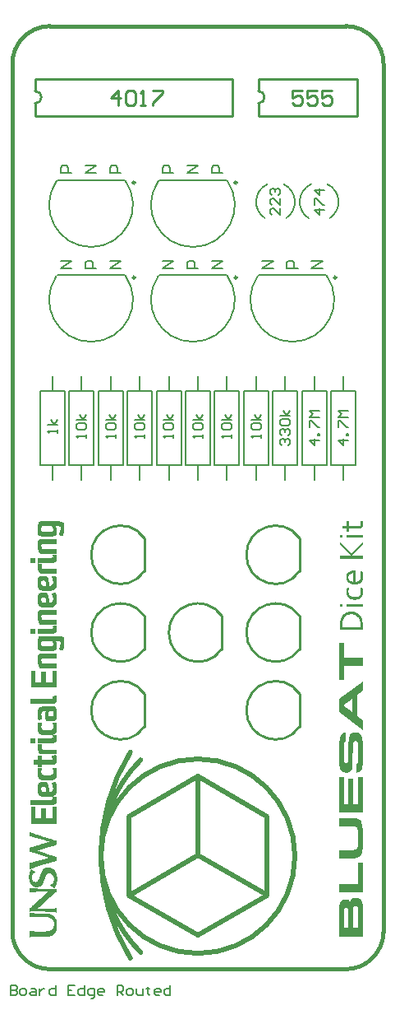
<source format=gto>
%FSLAX25Y25*%
%MOIN*%
G70*
G01*
G75*
G04 Layer_Color=65535*
%ADD10C,0.06000*%
%ADD11C,0.01575*%
%ADD12C,0.00787*%
%ADD13C,0.05315*%
%ADD14C,0.05512*%
%ADD15O,0.05000X0.10000*%
%ADD16R,0.05000X0.10000*%
%ADD17C,0.07000*%
%ADD18R,0.25590X0.25590*%
%ADD19C,0.39370*%
%ADD20C,0.01969*%
%ADD21C,0.00984*%
%ADD22C,0.01000*%
%ADD23C,0.00100*%
%ADD24C,0.00090*%
%ADD25C,0.00670*%
%ADD26C,0.00750*%
G36*
X134931Y175505D02*
X133730D01*
Y176587D01*
X134931D01*
Y175505D01*
D02*
G37*
G36*
X143048Y172664D02*
X138516Y168149D01*
X143048D01*
Y167016D01*
X133781D01*
Y168149D01*
X138364D01*
X133781Y172410D01*
Y173543D01*
X138397Y169214D01*
X143048Y173797D01*
Y172664D01*
D02*
G37*
G36*
Y182201D02*
X143081Y182117D01*
X143115Y181981D01*
X143149Y181795D01*
Y181778D01*
Y181745D01*
X143166Y181694D01*
X143183Y181609D01*
Y181508D01*
X143200Y181389D01*
X143217Y181119D01*
Y181102D01*
Y181034D01*
Y180933D01*
X143200Y180815D01*
X143183Y180679D01*
X143166Y180527D01*
X143081Y180223D01*
Y180206D01*
X143064Y180155D01*
X143031Y180087D01*
X142997Y180003D01*
X142878Y179800D01*
X142726Y179580D01*
X142709Y179563D01*
X142675Y179546D01*
X142625Y179496D01*
X142557Y179445D01*
X142388Y179310D01*
X142151Y179208D01*
X142134D01*
X142084Y179191D01*
X142016Y179174D01*
X141931Y179157D01*
X141813Y179124D01*
X141695Y179107D01*
X141390Y179090D01*
X137383D01*
Y177822D01*
X136470D01*
Y179090D01*
X134660D01*
Y180172D01*
X136470D01*
Y182133D01*
X137383D01*
Y180172D01*
X141374D01*
X141509Y180189D01*
X141661Y180223D01*
X141695Y180240D01*
X141779Y180273D01*
X141881Y180341D01*
X141999Y180426D01*
X142016Y180459D01*
X142084Y180527D01*
X142151Y180646D01*
X142219Y180798D01*
Y180815D01*
X142236Y180832D01*
Y180882D01*
X142253Y180950D01*
X142270Y181119D01*
X142287Y181339D01*
Y181356D01*
Y181373D01*
Y181474D01*
X142270Y181609D01*
X142253Y181778D01*
Y181795D01*
Y181829D01*
X142236Y181931D01*
X142202Y182083D01*
X142168Y182235D01*
X143048D01*
Y182201D01*
D02*
G37*
G36*
Y175539D02*
X136470D01*
Y176621D01*
X143048D01*
Y175539D01*
D02*
G37*
G36*
X139970Y157648D02*
X140071D01*
X140190Y157665D01*
X140342D01*
X140511Y157699D01*
X140697Y157732D01*
X140883Y157766D01*
X141052Y157834D01*
X141069Y157851D01*
X141120Y157868D01*
X141204Y157918D01*
X141306Y157969D01*
X141543Y158138D01*
X141779Y158358D01*
X141796Y158375D01*
X141830Y158426D01*
X141864Y158493D01*
X141931Y158578D01*
X141999Y158696D01*
X142050Y158832D01*
X142168Y159136D01*
Y159153D01*
X142185Y159221D01*
X142202Y159305D01*
X142219Y159423D01*
X142253Y159559D01*
X142270Y159728D01*
X142287Y160083D01*
Y160100D01*
Y160168D01*
Y160286D01*
X142270Y160404D01*
Y160556D01*
X142253Y160725D01*
X142219Y161064D01*
Y161081D01*
X142202Y161148D01*
X142185Y161233D01*
X142151Y161334D01*
X142118Y161469D01*
X142084Y161622D01*
X141965Y161943D01*
X142862D01*
Y161926D01*
X142895Y161875D01*
X142912Y161808D01*
X142963Y161706D01*
X142997Y161571D01*
X143048Y161419D01*
X143081Y161250D01*
X143115Y161064D01*
Y161047D01*
X143132Y160979D01*
X143149Y160861D01*
X143166Y160725D01*
X143183Y160556D01*
X143200Y160370D01*
X143217Y160168D01*
Y159948D01*
Y159914D01*
Y159829D01*
X143200Y159694D01*
Y159508D01*
X143183Y159305D01*
X143149Y159085D01*
X143048Y158612D01*
X143031Y158578D01*
X143014Y158510D01*
X142963Y158392D01*
X142912Y158257D01*
X142828Y158088D01*
X142726Y157902D01*
X142608Y157715D01*
X142473Y157546D01*
X142456Y157529D01*
X142405Y157479D01*
X142304Y157394D01*
X142185Y157293D01*
X142033Y157191D01*
X141864Y157073D01*
X141661Y156955D01*
X141424Y156853D01*
X141390Y156836D01*
X141306Y156819D01*
X141171Y156769D01*
X140984Y156735D01*
X140748Y156684D01*
X140477Y156633D01*
X140173Y156616D01*
X139852Y156599D01*
X139699D01*
X139530Y156616D01*
X139327Y156633D01*
X139074Y156650D01*
X138820Y156701D01*
X138549Y156752D01*
X138296Y156836D01*
X138262Y156853D01*
X138178Y156887D01*
X138059Y156938D01*
X137907Y157022D01*
X137738Y157107D01*
X137552Y157225D01*
X137366Y157343D01*
X137197Y157496D01*
X137180Y157513D01*
X137129Y157563D01*
X137045Y157665D01*
X136943Y157766D01*
X136842Y157918D01*
X136740Y158071D01*
X136622Y158257D01*
X136537Y158443D01*
X136520Y158459D01*
X136503Y158544D01*
X136470Y158646D01*
X136419Y158781D01*
X136368Y158950D01*
X136334Y159153D01*
X136317Y159356D01*
X136301Y159576D01*
Y159609D01*
Y159677D01*
X136317Y159778D01*
Y159914D01*
X136351Y160066D01*
X136385Y160252D01*
X136419Y160421D01*
X136486Y160607D01*
Y160624D01*
X136520Y160692D01*
X136571Y160776D01*
X136622Y160895D01*
X136706Y161013D01*
X136808Y161165D01*
X136943Y161300D01*
X137078Y161436D01*
X137095Y161453D01*
X137146Y161503D01*
X137231Y161554D01*
X137349Y161639D01*
X137501Y161723D01*
X137670Y161825D01*
X137873Y161909D01*
X138093Y161994D01*
X138127Y162011D01*
X138194Y162028D01*
X138330Y162061D01*
X138499Y162095D01*
X138719Y162129D01*
X138972Y162163D01*
X139260Y162197D01*
X139970D01*
Y157648D01*
D02*
G37*
G36*
X134931Y147502D02*
X133730D01*
Y148584D01*
X134931D01*
Y147502D01*
D02*
G37*
G36*
X138668Y145574D02*
X138871D01*
X139108Y145540D01*
X139361Y145507D01*
X139632Y145456D01*
X139902Y145388D01*
X139936Y145371D01*
X140021Y145354D01*
X140156Y145304D01*
X140325Y145236D01*
X140528Y145151D01*
X140748Y145050D01*
X140968Y144915D01*
X141188Y144779D01*
X141204Y144762D01*
X141289Y144712D01*
X141390Y144627D01*
X141526Y144509D01*
X141678Y144357D01*
X141847Y144187D01*
X142016Y143985D01*
X142185Y143765D01*
X142202Y143731D01*
X142253Y143663D01*
X142320Y143528D01*
X142422Y143359D01*
X142523Y143156D01*
X142625Y142902D01*
X142726Y142632D01*
X142828Y142344D01*
Y142327D01*
X142845Y142260D01*
X142862Y142175D01*
X142895Y142057D01*
X142912Y141905D01*
X142946Y141736D01*
X142997Y141347D01*
Y141330D01*
Y141245D01*
X143014Y141144D01*
Y140991D01*
X143031Y140822D01*
Y140620D01*
X143048Y140417D01*
Y140180D01*
Y138083D01*
X133781D01*
Y140197D01*
Y140231D01*
Y140298D01*
Y140417D01*
Y140586D01*
X133798Y140755D01*
X133815Y140958D01*
X133849Y141364D01*
Y141380D01*
X133865Y141448D01*
Y141567D01*
X133882Y141685D01*
X133916Y141837D01*
X133933Y142006D01*
X134018Y142361D01*
Y142378D01*
X134035Y142395D01*
X134068Y142497D01*
X134119Y142649D01*
X134187Y142852D01*
X134271Y143071D01*
X134390Y143308D01*
X134508Y143545D01*
X134660Y143782D01*
X134677Y143816D01*
X134728Y143883D01*
X134812Y144001D01*
X134931Y144137D01*
X135066Y144289D01*
X135235Y144458D01*
X135421Y144627D01*
X135624Y144779D01*
X135641Y144796D01*
X135725Y144847D01*
X135844Y144915D01*
X135996Y145016D01*
X136182Y145101D01*
X136402Y145202D01*
X136639Y145304D01*
X136892Y145388D01*
X136926Y145405D01*
X137011Y145422D01*
X137146Y145456D01*
X137332Y145490D01*
X137552Y145523D01*
X137805Y145557D01*
X138093Y145591D01*
X138516D01*
X138668Y145574D01*
D02*
G37*
G36*
X142878Y155314D02*
X142895Y155247D01*
X142946Y155145D01*
X142997Y155027D01*
Y154993D01*
X143031Y154908D01*
X143064Y154773D01*
X143098Y154604D01*
Y154587D01*
Y154570D01*
X143132Y154469D01*
X143149Y154300D01*
X143183Y154114D01*
Y154097D01*
Y154063D01*
X143200Y154012D01*
Y153962D01*
X143217Y153792D01*
Y153606D01*
Y153573D01*
Y153488D01*
X143200Y153370D01*
Y153200D01*
X143166Y153015D01*
X143132Y152795D01*
X143098Y152575D01*
X143031Y152355D01*
X143014Y152321D01*
X142997Y152254D01*
X142946Y152152D01*
X142878Y152000D01*
X142794Y151848D01*
X142692Y151679D01*
X142557Y151493D01*
X142422Y151323D01*
X142405Y151307D01*
X142337Y151256D01*
X142253Y151171D01*
X142134Y151070D01*
X141982Y150968D01*
X141796Y150850D01*
X141593Y150732D01*
X141357Y150630D01*
X141323Y150613D01*
X141238Y150596D01*
X141103Y150546D01*
X140934Y150512D01*
X140714Y150461D01*
X140443Y150410D01*
X140156Y150393D01*
X139852Y150377D01*
X139615D01*
X139463Y150393D01*
X139277Y150410D01*
X139074Y150427D01*
X138685Y150495D01*
X138668D01*
X138600Y150529D01*
X138499Y150546D01*
X138380Y150596D01*
X138228Y150647D01*
X138076Y150715D01*
X137772Y150867D01*
X137755Y150884D01*
X137704Y150918D01*
X137636Y150952D01*
X137535Y151019D01*
X137315Y151188D01*
X137095Y151408D01*
X137078Y151425D01*
X137045Y151459D01*
X136994Y151526D01*
X136943Y151611D01*
X136791Y151831D01*
X136656Y152085D01*
X136639Y152101D01*
X136622Y152152D01*
X136588Y152220D01*
X136554Y152304D01*
X136503Y152423D01*
X136470Y152541D01*
X136385Y152829D01*
Y152845D01*
X136368Y152896D01*
X136351Y152964D01*
X136334Y153065D01*
X136317Y153302D01*
X136301Y153573D01*
Y153589D01*
Y153657D01*
Y153742D01*
X136317Y153860D01*
Y154012D01*
X136334Y154164D01*
X136402Y154486D01*
Y154503D01*
X136419Y154553D01*
X136436Y154638D01*
X136470Y154739D01*
X136571Y154993D01*
X136689Y155230D01*
X137569D01*
Y155213D01*
X137535Y155162D01*
X137518Y155078D01*
X137484Y154959D01*
X137450Y154841D01*
X137400Y154706D01*
X137332Y154418D01*
Y154401D01*
X137315Y154350D01*
X137298Y154283D01*
X137281Y154198D01*
Y154080D01*
X137264Y153962D01*
X137247Y153674D01*
Y153657D01*
Y153606D01*
Y153522D01*
X137264Y153437D01*
X137281Y153302D01*
X137298Y153184D01*
X137383Y152879D01*
Y152862D01*
X137400Y152812D01*
X137433Y152744D01*
X137484Y152643D01*
X137619Y152423D01*
X137822Y152169D01*
X137839Y152152D01*
X137873Y152118D01*
X137941Y152068D01*
X138042Y152000D01*
X138144Y151915D01*
X138279Y151831D01*
X138448Y151746D01*
X138617Y151679D01*
X138634D01*
X138702Y151645D01*
X138803Y151628D01*
X138955Y151594D01*
X139124Y151560D01*
X139344Y151526D01*
X139581Y151509D01*
X139835Y151493D01*
X140038D01*
X140156Y151509D01*
X140308Y151526D01*
X140477Y151543D01*
X140832Y151628D01*
X140849D01*
X140900Y151662D01*
X140984Y151679D01*
X141086Y151729D01*
X141340Y151865D01*
X141610Y152034D01*
X141627Y152051D01*
X141661Y152085D01*
X141729Y152152D01*
X141796Y152237D01*
X141881Y152338D01*
X141965Y152456D01*
X142118Y152744D01*
Y152761D01*
X142151Y152812D01*
X142168Y152913D01*
X142202Y153031D01*
X142236Y153167D01*
X142253Y153336D01*
X142287Y153522D01*
Y153725D01*
Y153742D01*
Y153792D01*
Y153877D01*
X142270Y153978D01*
Y154097D01*
X142253Y154232D01*
X142219Y154536D01*
Y154553D01*
X142202Y154604D01*
X142185Y154689D01*
X142151Y154790D01*
X142118Y154908D01*
X142084Y155044D01*
X141965Y155331D01*
X142862D01*
X142878Y155314D01*
D02*
G37*
G36*
X143048Y147536D02*
X136470D01*
Y148618D01*
X143048D01*
Y147536D01*
D02*
G37*
G36*
Y64143D02*
X133457D01*
Y78421D01*
X135378D01*
Y67478D01*
X137145D01*
Y78068D01*
X139067D01*
Y67478D01*
X141126D01*
Y78421D01*
X143048D01*
Y64143D01*
D02*
G37*
G36*
X139943Y61960D02*
X140096Y61945D01*
X140281Y61914D01*
X140481Y61868D01*
X140681Y61822D01*
X140896Y61760D01*
X141126Y61683D01*
X141341Y61576D01*
X141557Y61453D01*
X141772Y61315D01*
X141956Y61146D01*
X142141Y60961D01*
X142294Y60746D01*
X142310Y60731D01*
X142325Y60685D01*
X142356Y60608D01*
X142417Y60500D01*
X142464Y60362D01*
X142525Y60193D01*
X142602Y59977D01*
X142663Y59732D01*
X142740Y59439D01*
X142802Y59117D01*
X142878Y58763D01*
X142925Y58348D01*
X142971Y57902D01*
X143017Y57411D01*
X143032Y56888D01*
X143048Y56304D01*
Y51355D01*
Y51340D01*
Y51324D01*
Y51278D01*
Y51217D01*
Y51063D01*
X143032Y50863D01*
X143017Y50602D01*
X143001Y50325D01*
X142986Y50002D01*
X142955Y49664D01*
X142863Y48942D01*
X142709Y48235D01*
X142633Y47881D01*
X142525Y47559D01*
X142402Y47266D01*
X142264Y47005D01*
X142248Y46990D01*
X142233Y46944D01*
X142172Y46882D01*
X142110Y46805D01*
X142018Y46713D01*
X141926Y46590D01*
X141787Y46483D01*
X141633Y46360D01*
X141464Y46237D01*
X141280Y46129D01*
X141065Y46022D01*
X140819Y45914D01*
X140558Y45837D01*
X140281Y45776D01*
X139974Y45730D01*
X139635Y45714D01*
X133457D01*
Y49065D01*
X139513D01*
X139574Y49080D01*
X139758Y49095D01*
X139958Y49142D01*
X140189Y49218D01*
X140419Y49341D01*
X140619Y49495D01*
X140773Y49710D01*
Y49726D01*
X140788Y49741D01*
X140804Y49787D01*
X140834Y49849D01*
X140850Y49910D01*
X140880Y50018D01*
X140911Y50125D01*
X140942Y50264D01*
X140988Y50402D01*
X141019Y50586D01*
X141050Y50771D01*
X141065Y51001D01*
X141096Y51232D01*
X141111Y51493D01*
X141126Y51785D01*
Y52093D01*
Y55705D01*
Y55720D01*
Y55781D01*
Y55858D01*
Y55966D01*
X141111Y56104D01*
Y56258D01*
X141080Y56611D01*
X141034Y56980D01*
X140973Y57364D01*
X140942Y57549D01*
X140896Y57718D01*
X140834Y57856D01*
X140773Y57995D01*
X140757Y58025D01*
X140696Y58102D01*
X140604Y58195D01*
X140465Y58318D01*
X140281Y58440D01*
X140035Y58533D01*
X139743Y58609D01*
X139405Y58640D01*
X133457D01*
Y61976D01*
X139820D01*
X139943Y61960D01*
D02*
G37*
G36*
X143048Y113496D02*
X140742Y111774D01*
Y103321D01*
X143048Y101630D01*
Y97711D01*
X133457Y104919D01*
Y110207D01*
X143048Y117384D01*
Y113496D01*
D02*
G37*
G36*
X140404Y96681D02*
X140527Y96666D01*
X140681Y96635D01*
X141003Y96558D01*
X141188Y96512D01*
X141372Y96435D01*
X141572Y96358D01*
X141756Y96251D01*
X141926Y96128D01*
X142095Y95989D01*
X142248Y95820D01*
X142387Y95636D01*
Y95621D01*
X142417Y95590D01*
X142448Y95528D01*
X142494Y95436D01*
X142540Y95313D01*
X142602Y95159D01*
X142648Y94990D01*
X142709Y94791D01*
X142771Y94545D01*
X142832Y94283D01*
X142894Y93976D01*
X142940Y93653D01*
X142986Y93284D01*
X143017Y92885D01*
X143032Y92454D01*
X143048Y91993D01*
Y85092D01*
Y85061D01*
Y84984D01*
Y84846D01*
X143032Y84662D01*
Y84462D01*
X143017Y84216D01*
X143001Y83939D01*
X142971Y83663D01*
X142894Y83048D01*
X142786Y82448D01*
X142709Y82156D01*
X142633Y81895D01*
X142525Y81649D01*
X142417Y81434D01*
X142402Y81419D01*
X142387Y81388D01*
X142341Y81342D01*
X142294Y81265D01*
X142218Y81188D01*
X142141Y81111D01*
X142033Y81004D01*
X141910Y80911D01*
X141772Y80819D01*
X141618Y80727D01*
X141449Y80635D01*
X141265Y80558D01*
X141050Y80481D01*
X140834Y80435D01*
X140588Y80404D01*
X140327Y80389D01*
X140342Y83786D01*
X140404D01*
X140465Y83816D01*
X140542Y83847D01*
X140635Y83893D01*
X140727Y83970D01*
X140819Y84078D01*
X140911Y84231D01*
X140927Y84247D01*
X140942Y84308D01*
X140973Y84416D01*
X141019Y84554D01*
X141065Y84723D01*
X141096Y84938D01*
X141111Y85169D01*
X141126Y85430D01*
Y91025D01*
Y91040D01*
Y91071D01*
Y91132D01*
Y91209D01*
Y91302D01*
X141111Y91425D01*
X141096Y91670D01*
X141080Y91932D01*
X141034Y92208D01*
X140988Y92470D01*
X140927Y92685D01*
X140911Y92700D01*
X140880Y92762D01*
X140834Y92854D01*
X140757Y92946D01*
X140650Y93038D01*
X140527Y93130D01*
X140358Y93192D01*
X140173Y93207D01*
X140081D01*
X139989Y93192D01*
X139866Y93146D01*
X139728Y93100D01*
X139605Y93023D01*
X139482Y92915D01*
X139374Y92762D01*
X139359Y92731D01*
X139328Y92654D01*
X139282Y92531D01*
X139267Y92439D01*
X139236Y92331D01*
X139205Y92208D01*
X139190Y92070D01*
X139159Y91916D01*
X139144Y91747D01*
X139128Y91563D01*
X139113Y91363D01*
X139097Y91132D01*
Y90886D01*
X138944Y85522D01*
Y85507D01*
Y85492D01*
Y85445D01*
Y85384D01*
Y85246D01*
Y85031D01*
X138928Y84800D01*
X138913Y84523D01*
Y84216D01*
X138882Y83893D01*
X138836Y83217D01*
X138805Y82894D01*
X138759Y82571D01*
X138698Y82264D01*
X138652Y81987D01*
X138575Y81726D01*
X138498Y81526D01*
Y81511D01*
X138467Y81480D01*
X138437Y81419D01*
X138391Y81342D01*
X138314Y81249D01*
X138237Y81157D01*
X138129Y81050D01*
X138006Y80942D01*
X137868Y80835D01*
X137714Y80727D01*
X137530Y80635D01*
X137315Y80542D01*
X137084Y80466D01*
X136823Y80404D01*
X136546Y80373D01*
X136239Y80358D01*
X136177D01*
X136100Y80373D01*
X135993D01*
X135870Y80389D01*
X135716Y80419D01*
X135393Y80496D01*
X135224Y80558D01*
X135040Y80635D01*
X134871Y80727D01*
X134686Y80850D01*
X134517Y80973D01*
X134363Y81127D01*
X134210Y81311D01*
X134087Y81511D01*
Y81526D01*
X134056Y81572D01*
X134025Y81634D01*
X133995Y81741D01*
X133933Y81864D01*
X133887Y82018D01*
X133826Y82203D01*
X133764Y82433D01*
X133718Y82679D01*
X133657Y82971D01*
X133595Y83278D01*
X133549Y83632D01*
X133518Y84016D01*
X133487Y84431D01*
X133457Y84892D01*
Y85384D01*
Y91517D01*
Y91532D01*
Y91547D01*
Y91640D01*
Y91763D01*
X133472Y91947D01*
Y92162D01*
X133487Y92408D01*
X133518Y92685D01*
X133534Y92992D01*
X133626Y93622D01*
X133749Y94268D01*
X133826Y94575D01*
X133902Y94883D01*
X134010Y95159D01*
X134133Y95405D01*
Y95421D01*
X134164Y95467D01*
X134210Y95528D01*
X134256Y95605D01*
X134333Y95697D01*
X134410Y95805D01*
X134517Y95928D01*
X134640Y96051D01*
X134763Y96158D01*
X134917Y96281D01*
X135086Y96389D01*
X135270Y96481D01*
X135470Y96558D01*
X135685Y96619D01*
X135931Y96666D01*
X136177Y96681D01*
Y93069D01*
X136100D01*
X136023Y93054D01*
X135931Y93023D01*
X135824Y92992D01*
X135731Y92931D01*
X135639Y92839D01*
X135562Y92731D01*
X135547Y92716D01*
X135532Y92669D01*
X135501Y92577D01*
X135470Y92439D01*
X135439Y92254D01*
X135409Y92024D01*
X135393Y91886D01*
X135378Y91732D01*
Y91563D01*
Y91378D01*
Y85768D01*
Y85753D01*
Y85738D01*
Y85630D01*
X135393Y85492D01*
X135409Y85323D01*
X135424Y85123D01*
X135455Y84923D01*
X135516Y84723D01*
X135578Y84554D01*
X135593Y84539D01*
X135608Y84493D01*
X135670Y84416D01*
X135731Y84354D01*
X135824Y84277D01*
X135947Y84201D01*
X136100Y84154D01*
X136285Y84139D01*
X136362D01*
X136454Y84170D01*
X136561Y84201D01*
X136684Y84247D01*
X136792Y84324D01*
X136884Y84431D01*
X136961Y84569D01*
Y84585D01*
X136976Y84631D01*
X136992Y84723D01*
X137022Y84846D01*
X137038Y85015D01*
X137069Y85215D01*
X137084Y85476D01*
Y85768D01*
X137253Y91947D01*
Y91978D01*
Y92055D01*
Y92193D01*
Y92362D01*
X137268Y92577D01*
X137284Y92823D01*
X137299Y93084D01*
X137315Y93361D01*
X137376Y93960D01*
X137453Y94545D01*
X137514Y94821D01*
X137576Y95067D01*
X137653Y95298D01*
X137745Y95498D01*
Y95513D01*
X137776Y95544D01*
X137806Y95605D01*
X137868Y95682D01*
X137945Y95774D01*
X138022Y95882D01*
X138145Y95989D01*
X138268Y96097D01*
X138421Y96205D01*
X138590Y96312D01*
X138790Y96420D01*
X139005Y96512D01*
X139251Y96589D01*
X139528Y96650D01*
X139820Y96681D01*
X140143Y96696D01*
X140296D01*
X140404Y96681D01*
D02*
G37*
G36*
X140481Y29699D02*
X140619Y29683D01*
X140757Y29668D01*
X141096Y29606D01*
X141449Y29499D01*
X141803Y29345D01*
X141987Y29253D01*
X142141Y29145D01*
X142294Y29007D01*
X142417Y28853D01*
Y28838D01*
X142448Y28807D01*
X142479Y28761D01*
X142510Y28684D01*
X142556Y28592D01*
X142617Y28469D01*
X142679Y28331D01*
X142725Y28161D01*
X142786Y27962D01*
X142848Y27747D01*
X142894Y27501D01*
X142955Y27224D01*
X142986Y26917D01*
X143017Y26594D01*
X143048Y26225D01*
Y25841D01*
Y14052D01*
X133457D01*
Y24719D01*
Y24749D01*
Y24826D01*
Y24949D01*
X133472Y25103D01*
Y25303D01*
X133487Y25533D01*
X133503Y25779D01*
X133518Y26041D01*
X133595Y26594D01*
X133687Y27132D01*
X133749Y27393D01*
X133826Y27639D01*
X133918Y27854D01*
X134010Y28039D01*
Y28054D01*
X134041Y28085D01*
X134072Y28131D01*
X134118Y28177D01*
X134256Y28331D01*
X134440Y28500D01*
X134563Y28592D01*
X134702Y28669D01*
X134840Y28746D01*
X135009Y28822D01*
X135194Y28869D01*
X135393Y28915D01*
X135624Y28945D01*
X135854Y28961D01*
X136131D01*
X136239Y28945D01*
X136485Y28930D01*
X136746Y28899D01*
X137007Y28853D01*
X137238Y28792D01*
X137345Y28761D01*
X137422Y28715D01*
X137437Y28699D01*
X137468Y28669D01*
X137530Y28623D01*
X137607Y28530D01*
X137699Y28407D01*
X137791Y28269D01*
X137868Y28069D01*
X137960Y27839D01*
Y27854D01*
Y27885D01*
X137976Y27931D01*
X137991Y27992D01*
X138022Y28161D01*
X138068Y28361D01*
X138145Y28576D01*
X138252Y28807D01*
X138360Y29007D01*
X138513Y29191D01*
X138544Y29207D01*
X138621Y29268D01*
X138744Y29360D01*
X138928Y29453D01*
X139174Y29545D01*
X139466Y29637D01*
X139820Y29699D01*
X140235Y29714D01*
X140389D01*
X140481Y29699D01*
D02*
G37*
G36*
X135409Y127052D02*
X143048D01*
Y123732D01*
X135409D01*
Y117861D01*
X133457D01*
Y132923D01*
X135409D01*
Y127052D01*
D02*
G37*
G36*
X143048Y31850D02*
X133457D01*
Y35201D01*
X141126D01*
Y43777D01*
X143048D01*
Y31850D01*
D02*
G37*
%LPC*%
G36*
X138380Y144475D02*
X138245D01*
X138161Y144458D01*
X138042D01*
X137907Y144441D01*
X137602Y144407D01*
X137264Y144323D01*
X136909Y144221D01*
X136554Y144086D01*
X136216Y143883D01*
X136199D01*
X136182Y143849D01*
X136081Y143782D01*
X135928Y143646D01*
X135759Y143444D01*
X135556Y143207D01*
X135370Y142919D01*
X135184Y142581D01*
X135032Y142192D01*
Y142175D01*
X135015Y142124D01*
X134982Y142023D01*
X134965Y141922D01*
X134931Y141769D01*
X134897Y141617D01*
X134863Y141431D01*
X134846Y141245D01*
Y141228D01*
X134829Y141161D01*
Y141042D01*
X134812Y140907D01*
Y140738D01*
X134795Y140535D01*
Y140315D01*
Y140078D01*
Y139216D01*
X142033D01*
Y140078D01*
Y140112D01*
Y140180D01*
Y140315D01*
Y140467D01*
X142016Y140653D01*
Y140839D01*
X141999Y141245D01*
Y141262D01*
X141982Y141330D01*
Y141431D01*
X141948Y141567D01*
X141931Y141702D01*
X141898Y141871D01*
X141813Y142192D01*
Y142209D01*
X141796Y142243D01*
X141779Y142294D01*
X141745Y142378D01*
X141661Y142564D01*
X141526Y142818D01*
X141357Y143088D01*
X141154Y143376D01*
X140900Y143646D01*
X140596Y143883D01*
X140579D01*
X140562Y143917D01*
X140511Y143934D01*
X140443Y143985D01*
X140359Y144018D01*
X140257Y144069D01*
X140139Y144120D01*
X139987Y144187D01*
X139682Y144289D01*
X139294Y144390D01*
X138871Y144458D01*
X138380Y144475D01*
D02*
G37*
G36*
X138821Y110330D02*
X135255Y107701D01*
Y107532D01*
X138821Y104766D01*
Y110330D01*
D02*
G37*
G36*
X136239Y25656D02*
X136162D01*
X136085Y25641D01*
X135977Y25610D01*
X135870Y25564D01*
X135762Y25487D01*
X135670Y25395D01*
X135578Y25272D01*
X135562Y25257D01*
X135547Y25210D01*
X135516Y25118D01*
X135470Y24995D01*
X135439Y24842D01*
X135409Y24657D01*
X135393Y24442D01*
X135378Y24196D01*
Y17418D01*
X137069D01*
Y24211D01*
Y24227D01*
Y24242D01*
Y24334D01*
X137053Y24457D01*
Y24626D01*
X137022Y24795D01*
X136992Y24980D01*
X136961Y25149D01*
X136900Y25303D01*
X136884Y25318D01*
X136869Y25364D01*
X136823Y25410D01*
X136746Y25487D01*
X136654Y25549D01*
X136546Y25595D01*
X136408Y25641D01*
X136239Y25656D01*
D02*
G37*
G36*
X140004Y26348D02*
X139912D01*
X139820Y26333D01*
X139697Y26302D01*
X139559Y26240D01*
X139436Y26163D01*
X139313Y26056D01*
X139220Y25918D01*
X139205Y25902D01*
X139190Y25841D01*
X139144Y25733D01*
X139097Y25595D01*
X139067Y25410D01*
X139021Y25180D01*
X139005Y24918D01*
X138990Y24596D01*
Y17418D01*
X141126D01*
Y24719D01*
Y24734D01*
Y24749D01*
Y24795D01*
Y24857D01*
X141111Y24995D01*
X141096Y25180D01*
X141065Y25380D01*
X141019Y25579D01*
X140957Y25764D01*
X140865Y25933D01*
X140850Y25948D01*
X140819Y25994D01*
X140757Y26071D01*
X140665Y26148D01*
X140542Y26210D01*
X140389Y26286D01*
X140219Y26333D01*
X140004Y26348D01*
D02*
G37*
G36*
X139057Y161081D02*
X138921D01*
X138820Y161064D01*
X138600Y161030D01*
X138347Y160962D01*
X138330D01*
X138296Y160945D01*
X138228Y160928D01*
X138144Y160895D01*
X137958Y160793D01*
X137755Y160658D01*
X137738D01*
X137704Y160624D01*
X137602Y160523D01*
X137484Y160387D01*
X137366Y160184D01*
Y160168D01*
X137349Y160134D01*
X137315Y160066D01*
X137281Y159998D01*
X137264Y159897D01*
X137231Y159778D01*
X137214Y159525D01*
Y159508D01*
Y159457D01*
Y159390D01*
X137231Y159305D01*
X137281Y159068D01*
X137366Y158832D01*
Y158815D01*
X137400Y158781D01*
X137433Y158713D01*
X137467Y158646D01*
X137602Y158459D01*
X137772Y158273D01*
X137789Y158257D01*
X137805Y158240D01*
X137856Y158189D01*
X137924Y158138D01*
X138110Y158003D01*
X138347Y157885D01*
X138364D01*
X138397Y157868D01*
X138465Y157834D01*
X138566Y157817D01*
X138668Y157783D01*
X138786Y157749D01*
X139057Y157715D01*
Y161081D01*
D02*
G37*
%LPD*%
D11*
X136158Y787D02*
G03*
X151469Y16034I0J15311D01*
G01*
X788Y16037D02*
G03*
X16077Y787I15311J61D01*
G01*
X151469Y367351D02*
G03*
X136158Y382662I-15311J0D01*
G01*
X16101Y382661D02*
G03*
X789Y367350I0J-15311D01*
G01*
X16077Y787D02*
X136158Y787D01*
X788Y16037D02*
X789Y367350D01*
X16101Y382661D02*
X136158Y382662D01*
X151469Y16034D02*
X151469Y367351D01*
D12*
X122057Y318669D02*
G03*
X121099Y304868I3274J-7161D01*
G01*
X129563D02*
G03*
X128605Y318669I-4232J6640D01*
G01*
X104340D02*
G03*
X103382Y304868I3274J-7161D01*
G01*
X111847D02*
G03*
X110889Y318669I-4232J6640D01*
G01*
X59977Y319776D02*
G03*
X88025Y320001I14102J-9528D01*
G01*
X18638Y319776D02*
G03*
X46687Y320001I14102J-9528D01*
G01*
X100331Y281390D02*
G03*
X128380Y281615I14102J-9528D01*
G01*
X59977Y281390D02*
G03*
X88025Y281615I14102J-9528D01*
G01*
X18638Y281390D02*
G03*
X46687Y281615I14102J-9528D01*
G01*
X123363Y198776D02*
Y204776D01*
Y234776D02*
Y240776D01*
X118362Y204776D02*
X128363D01*
X118362D02*
Y234776D01*
X128363D01*
Y204776D02*
Y234776D01*
X135174Y234776D02*
Y240776D01*
Y198776D02*
Y204776D01*
X130174Y234776D02*
X140174D01*
Y204776D02*
Y234776D01*
X130174Y204776D02*
X140174D01*
X130174D02*
Y234776D01*
X60370Y320170D02*
X87929D01*
X111551Y234776D02*
Y240776D01*
Y198776D02*
Y204776D01*
X106551Y234776D02*
X116551D01*
Y204776D02*
Y234776D01*
X106551Y204776D02*
X116551D01*
X106551D02*
Y234776D01*
X17063D02*
Y240776D01*
Y198776D02*
Y204776D01*
X12063Y234776D02*
X22063D01*
Y204776D02*
Y234776D01*
X12063Y204776D02*
X22063D01*
X12063D02*
Y234776D01*
X19032Y320170D02*
X46591D01*
X76118Y198776D02*
Y204776D01*
Y234776D02*
Y240776D01*
X71118Y204776D02*
X81118D01*
X71118D02*
Y234776D01*
X81118D01*
Y204776D02*
Y234776D01*
X28874Y198776D02*
Y204776D01*
Y234776D02*
Y240776D01*
X23874Y204776D02*
X33874D01*
X23874D02*
Y234776D01*
X33874D01*
Y204776D02*
Y234776D01*
X87929Y198776D02*
Y204776D01*
Y234776D02*
Y240776D01*
X82929Y204776D02*
X92929D01*
X82929D02*
Y234776D01*
X92929D01*
Y204776D02*
Y234776D01*
X40685Y198776D02*
Y204776D01*
Y234776D02*
Y240776D01*
X35685Y204776D02*
X45685D01*
X35685D02*
Y234776D01*
X45685D01*
Y204776D02*
Y234776D01*
X99740Y198776D02*
Y204776D01*
Y234776D02*
Y240776D01*
X94740Y204776D02*
X104741D01*
X94740D02*
Y234776D01*
X104741D01*
Y204776D02*
Y234776D01*
X64307Y198776D02*
Y204776D01*
Y234776D02*
Y240776D01*
X59307Y204776D02*
X69307D01*
X59307D02*
Y234776D01*
X69307D01*
Y204776D02*
Y234776D01*
X52496Y198776D02*
Y204776D01*
Y234776D02*
Y240776D01*
X47496Y204776D02*
X57496D01*
X47496D02*
Y234776D01*
X57496D01*
Y204776D02*
Y234776D01*
X100725Y281784D02*
X128284D01*
X60370D02*
X87929D01*
X19032D02*
X46591D01*
X0Y-5907D02*
Y-9843D01*
X1968D01*
X2624Y-9187D01*
Y-8531D01*
X1968Y-7875D01*
X0D01*
X1968D01*
X2624Y-7219D01*
Y-6563D01*
X1968Y-5907D01*
X0D01*
X4592Y-9843D02*
X5904D01*
X6560Y-9187D01*
Y-7875D01*
X5904Y-7219D01*
X4592D01*
X3936Y-7875D01*
Y-9187D01*
X4592Y-9843D01*
X8527Y-7219D02*
X9839D01*
X10495Y-7875D01*
Y-9843D01*
X8527D01*
X7871Y-9187D01*
X8527Y-8531D01*
X10495D01*
X11807Y-7219D02*
Y-9843D01*
Y-8531D01*
X12463Y-7875D01*
X13119Y-7219D01*
X13775D01*
X18367Y-5907D02*
Y-9843D01*
X16399D01*
X15743Y-9187D01*
Y-7875D01*
X16399Y-7219D01*
X18367D01*
X26238Y-5907D02*
X23614D01*
Y-9843D01*
X26238D01*
X23614Y-7875D02*
X24926D01*
X30174Y-5907D02*
Y-9843D01*
X28206D01*
X27550Y-9187D01*
Y-7875D01*
X28206Y-7219D01*
X30174D01*
X32798Y-11154D02*
X33454D01*
X34110Y-10498D01*
Y-7219D01*
X32142D01*
X31486Y-7875D01*
Y-9187D01*
X32142Y-9843D01*
X34110D01*
X37389D02*
X36078D01*
X35422Y-9187D01*
Y-7875D01*
X36078Y-7219D01*
X37389D01*
X38045Y-7875D01*
Y-8531D01*
X35422D01*
X43293Y-9843D02*
Y-5907D01*
X45261D01*
X45917Y-6563D01*
Y-7875D01*
X45261Y-8531D01*
X43293D01*
X44605D02*
X45917Y-9843D01*
X47885D02*
X49197D01*
X49853Y-9187D01*
Y-7875D01*
X49197Y-7219D01*
X47885D01*
X47229Y-7875D01*
Y-9187D01*
X47885Y-9843D01*
X51165Y-7219D02*
Y-9187D01*
X51821Y-9843D01*
X53788D01*
Y-7219D01*
X55756Y-6563D02*
Y-7219D01*
X55100D01*
X56412D01*
X55756D01*
Y-9187D01*
X56412Y-9843D01*
X60348D02*
X59036D01*
X58380Y-9187D01*
Y-7875D01*
X59036Y-7219D01*
X60348D01*
X61004Y-7875D01*
Y-8531D01*
X58380D01*
X64940Y-5907D02*
Y-9843D01*
X62972D01*
X62316Y-9187D01*
Y-7875D01*
X62972Y-7219D01*
X64940D01*
D20*
X48717Y88673D02*
G03*
X48717Y5209I66772J-41732D01*
G01*
X52892Y85522D02*
G03*
X52892Y7573I38974J-38974D01*
G01*
X115489Y46548D02*
G03*
X115489Y46548I-39370J0D01*
G01*
X48040Y30730D02*
X76118Y46941D01*
X104170Y30745D01*
X76091Y14489D02*
X104170Y30701D01*
X48067D02*
X76192Y14463D01*
X48067Y30701D02*
Y62635D01*
X76118Y78831D02*
X104170Y62635D01*
Y30745D02*
Y62635D01*
X48067D02*
X76118Y78831D01*
Y46744D02*
Y78044D01*
D21*
X91965Y319284D02*
G03*
X91965Y319284I-492J0D01*
G01*
X50626Y319284D02*
G03*
X50626Y319284I-492J0D01*
G01*
X132319Y280898D02*
G03*
X132319Y280898I-492J0D01*
G01*
X91965D02*
G03*
X91965Y280898I-492J0D01*
G01*
X50626D02*
G03*
X50626Y280898I-492J0D01*
G01*
D22*
X100646Y351386D02*
G03*
X100646Y356386I0J2500D01*
G01*
X10095Y351386D02*
G03*
X10095Y356386I0J2500D01*
G01*
X54303Y175373D02*
G03*
X54303Y161817I-9680J-6778D01*
G01*
X117295Y175373D02*
G03*
X117295Y161817I-9680J-6778D01*
G01*
X54303Y143877D02*
G03*
X54303Y130321I-9680J-6778D01*
G01*
X85799Y143877D02*
G03*
X85799Y130321I-9680J-6778D01*
G01*
X117295Y143877D02*
G03*
X117295Y130321I-9680J-6778D01*
G01*
X54303Y112381D02*
G03*
X54303Y98824I-9680J-6778D01*
G01*
X117295Y112381D02*
G03*
X117295Y98824I-9680J-6778D01*
G01*
X100646Y346386D02*
X140646D01*
Y361386D01*
X100646D02*
X140646D01*
X100646Y356386D02*
Y361386D01*
Y346386D02*
Y351386D01*
X10095Y346386D02*
X90095D01*
Y361386D01*
X10095D02*
X90095D01*
X10095Y356386D02*
Y361386D01*
Y346386D02*
Y351386D01*
X54366Y161902D02*
Y175288D01*
X117359Y161902D02*
Y175288D01*
X54366Y130406D02*
Y143792D01*
X85862Y130406D02*
Y143792D01*
X117359Y130406D02*
Y143792D01*
X54366Y98910D02*
Y112296D01*
X117359Y98910D02*
Y112296D01*
X43684Y350681D02*
Y356680D01*
X40685Y353680D01*
X44684D01*
X46683Y355680D02*
X47683Y356680D01*
X49683D01*
X50682Y355680D01*
Y351681D01*
X49683Y350681D01*
X47683D01*
X46683Y351681D01*
Y355680D01*
X52681Y350681D02*
X54681D01*
X53681D01*
Y356680D01*
X52681Y355680D01*
X57680Y356680D02*
X61679D01*
Y355680D01*
X57680Y351681D01*
Y350681D01*
X118503Y356680D02*
X114504D01*
Y353680D01*
X116504Y354680D01*
X117503D01*
X118503Y353680D01*
Y351681D01*
X117503Y350681D01*
X115504D01*
X114504Y351681D01*
X124501Y356680D02*
X120502D01*
Y353680D01*
X122502Y354680D01*
X123501D01*
X124501Y353680D01*
Y351681D01*
X123501Y350681D01*
X121502D01*
X120502Y351681D01*
X130499Y356680D02*
X126500D01*
Y353680D01*
X128500Y354680D01*
X129499D01*
X130499Y353680D01*
Y351681D01*
X129499Y350681D01*
X127500D01*
X126500Y351681D01*
D23*
X8095Y67639D02*
Y69339D01*
Y92639D02*
Y94339D01*
Y108439D02*
Y110139D01*
Y136939D02*
Y138639D01*
Y165639D02*
Y167339D01*
X8195Y67639D02*
Y69339D01*
Y92639D02*
Y94339D01*
Y108439D02*
Y110139D01*
Y136939D02*
Y138639D01*
Y165639D02*
Y167339D01*
X8295Y67639D02*
Y69339D01*
Y92639D02*
Y94339D01*
Y108439D02*
Y110139D01*
Y136939D02*
Y138639D01*
Y165639D02*
Y167339D01*
X8395Y67639D02*
Y69339D01*
Y92639D02*
Y94339D01*
Y108439D02*
Y110139D01*
Y136939D02*
Y138639D01*
Y165639D02*
Y167339D01*
X8495Y60039D02*
Y66439D01*
Y67639D02*
Y69339D01*
Y92639D02*
Y94339D01*
Y108439D02*
Y110139D01*
Y115239D02*
Y121639D01*
Y136939D02*
Y138639D01*
Y165639D02*
Y167339D01*
X8595Y60039D02*
Y66439D01*
Y67639D02*
Y69339D01*
Y92639D02*
Y94339D01*
Y108439D02*
Y110139D01*
Y115239D02*
Y121639D01*
Y136939D02*
Y138639D01*
Y165639D02*
Y167339D01*
X8695Y60039D02*
Y66439D01*
Y67639D02*
Y69339D01*
Y92639D02*
Y94339D01*
Y108439D02*
Y110139D01*
Y115239D02*
Y121639D01*
Y136939D02*
Y138639D01*
Y165639D02*
Y167339D01*
X8795Y60039D02*
Y66439D01*
Y67639D02*
Y69339D01*
Y92639D02*
Y94339D01*
Y108439D02*
Y110139D01*
Y115239D02*
Y121639D01*
Y136939D02*
Y138639D01*
Y165639D02*
Y167339D01*
X8895Y60039D02*
Y66439D01*
Y67639D02*
Y69339D01*
Y92639D02*
Y94339D01*
Y108439D02*
Y110139D01*
Y115239D02*
Y121639D01*
Y136939D02*
Y138639D01*
Y165639D02*
Y167339D01*
X8995Y60039D02*
Y66439D01*
Y67639D02*
Y69339D01*
Y92639D02*
Y94339D01*
Y108439D02*
Y110139D01*
Y115239D02*
Y121639D01*
Y136939D02*
Y138639D01*
Y165639D02*
Y167339D01*
X9095Y60039D02*
Y66439D01*
Y67639D02*
Y69339D01*
Y92639D02*
Y94339D01*
Y108439D02*
Y110139D01*
Y115239D02*
Y121639D01*
Y136939D02*
Y138639D01*
Y165639D02*
Y167339D01*
X9195Y60039D02*
Y66439D01*
Y67639D02*
Y69339D01*
Y92639D02*
Y94339D01*
Y108439D02*
Y110139D01*
Y115239D02*
Y121639D01*
Y136939D02*
Y138639D01*
Y165639D02*
Y167339D01*
X9295Y60039D02*
Y66439D01*
Y67639D02*
Y69339D01*
Y92639D02*
Y94339D01*
Y108439D02*
Y110139D01*
Y115239D02*
Y121639D01*
Y136939D02*
Y138639D01*
Y165639D02*
Y167339D01*
X9395Y60039D02*
Y66439D01*
Y67639D02*
Y69339D01*
Y92639D02*
Y94339D01*
Y108439D02*
Y110139D01*
Y115239D02*
Y121639D01*
Y136939D02*
Y138639D01*
Y165639D02*
Y167339D01*
X9495Y60039D02*
Y66439D01*
Y67639D02*
Y69339D01*
Y83839D02*
Y85439D01*
Y92639D02*
Y94339D01*
Y108439D02*
Y110139D01*
Y115239D02*
Y121639D01*
Y136939D02*
Y138639D01*
Y165639D02*
Y167339D01*
X9595Y60039D02*
Y66439D01*
Y67639D02*
Y69339D01*
Y83839D02*
Y85439D01*
Y92639D02*
Y94339D01*
Y108439D02*
Y110139D01*
Y115239D02*
Y121639D01*
Y136939D02*
Y138639D01*
Y165639D02*
Y167339D01*
X9695Y60039D02*
Y66439D01*
Y67639D02*
Y69339D01*
Y83839D02*
Y85439D01*
Y92639D02*
Y94339D01*
Y108439D02*
Y110139D01*
Y115239D02*
Y121639D01*
Y136939D02*
Y138639D01*
Y165639D02*
Y167339D01*
X9795Y60039D02*
Y66439D01*
Y67639D02*
Y69339D01*
Y83839D02*
Y85439D01*
Y92639D02*
Y94339D01*
Y108439D02*
Y110139D01*
Y115239D02*
Y121639D01*
Y136939D02*
Y138639D01*
Y165639D02*
Y167339D01*
X9895Y60039D02*
Y66439D01*
Y67639D02*
Y69339D01*
Y83839D02*
Y85439D01*
Y92639D02*
Y94339D01*
Y108439D02*
Y110139D01*
Y115239D02*
Y121639D01*
Y136939D02*
Y138639D01*
Y165639D02*
Y167339D01*
X9995Y60039D02*
Y61839D01*
Y67639D02*
Y69339D01*
Y83839D02*
Y85439D01*
Y108439D02*
Y110139D01*
Y115239D02*
Y117039D01*
X10095Y60039D02*
Y61839D01*
Y67639D02*
Y69339D01*
Y83839D02*
Y85439D01*
Y108439D02*
Y110139D01*
Y115239D02*
Y117039D01*
X10195Y60039D02*
Y61839D01*
Y67639D02*
Y69339D01*
Y83839D02*
Y85439D01*
Y108439D02*
Y110139D01*
Y115239D02*
Y117039D01*
X10295Y60039D02*
Y61839D01*
Y67639D02*
Y69339D01*
Y83839D02*
Y85439D01*
Y108439D02*
Y110139D01*
Y115239D02*
Y117039D01*
X10395Y60039D02*
Y61839D01*
Y67639D02*
Y69339D01*
Y83839D02*
Y85439D01*
Y108439D02*
Y110139D01*
Y115239D02*
Y117039D01*
X10495Y60039D02*
Y61839D01*
Y67639D02*
Y69339D01*
Y83839D02*
Y85439D01*
Y108439D02*
Y110139D01*
Y115239D02*
Y117039D01*
X10595Y60039D02*
Y61839D01*
Y67639D02*
Y69339D01*
Y83839D02*
Y85439D01*
Y108439D02*
Y110139D01*
Y115239D02*
Y117039D01*
X10695Y60039D02*
Y61839D01*
Y67639D02*
Y69339D01*
Y83839D02*
Y85439D01*
Y108439D02*
Y110139D01*
Y115239D02*
Y117039D01*
X10795Y60039D02*
Y61839D01*
Y67639D02*
Y69339D01*
Y83839D02*
Y85439D01*
Y108439D02*
Y110139D01*
Y115239D02*
Y117039D01*
X10895Y60039D02*
Y61839D01*
Y67639D02*
Y69339D01*
Y83839D02*
Y85439D01*
Y108439D02*
Y110139D01*
Y115239D02*
Y117039D01*
X10995Y60039D02*
Y61839D01*
Y67639D02*
Y69339D01*
Y72839D02*
Y75139D01*
Y79439D02*
Y81639D01*
Y83839D02*
Y85439D01*
Y90239D02*
Y92039D01*
Y97739D02*
Y99939D01*
Y103239D02*
Y105439D01*
Y108439D02*
Y110139D01*
Y115239D02*
Y117039D01*
Y125339D02*
Y127439D01*
Y131039D02*
Y133439D01*
Y143039D02*
Y145139D01*
Y149539D02*
Y151839D01*
Y156339D02*
Y158639D01*
Y163339D02*
Y165139D01*
Y171739D02*
Y173839D01*
Y177439D02*
Y179839D01*
X11095Y60039D02*
Y61839D01*
Y67639D02*
Y69339D01*
Y72339D02*
Y75439D01*
Y79039D02*
Y82139D01*
Y82939D02*
Y87139D01*
Y89839D02*
Y92039D01*
Y92639D02*
Y94339D01*
Y97339D02*
Y100439D01*
Y102739D02*
Y105739D01*
Y108439D02*
Y110139D01*
Y115239D02*
Y117039D01*
Y124839D02*
Y127739D01*
Y130839D02*
Y134039D01*
Y136939D02*
Y138639D01*
Y142539D02*
Y145439D01*
Y149039D02*
Y152139D01*
Y155839D02*
Y158939D01*
Y162939D02*
Y165139D01*
Y165639D02*
Y167339D01*
Y171239D02*
Y174139D01*
Y177239D02*
Y180439D01*
X11195Y60039D02*
Y61839D01*
Y67639D02*
Y69339D01*
Y72139D02*
Y75639D01*
Y78839D02*
Y82339D01*
Y82939D02*
Y87139D01*
Y89539D02*
Y92039D01*
Y92639D02*
Y94339D01*
Y97139D02*
Y100639D01*
Y102339D02*
Y106039D01*
Y108439D02*
Y110139D01*
Y115239D02*
Y117039D01*
Y124439D02*
Y127839D01*
Y130639D02*
Y134439D01*
Y136939D02*
Y138639D01*
Y142139D02*
Y145539D01*
Y148839D02*
Y152339D01*
Y155639D02*
Y159139D01*
Y162639D02*
Y165139D01*
Y165639D02*
Y167339D01*
Y170839D02*
Y174239D01*
Y177039D02*
Y180839D01*
X11295Y60039D02*
Y61839D01*
Y67639D02*
Y69339D01*
Y71939D02*
Y75839D01*
Y78639D02*
Y82339D01*
Y82939D02*
Y87139D01*
Y89239D02*
Y91939D01*
Y92639D02*
Y94339D01*
Y96939D02*
Y100639D01*
Y102039D02*
Y106239D01*
Y108439D02*
Y110139D01*
Y115239D02*
Y117039D01*
Y124139D02*
Y128039D01*
Y130539D02*
Y134739D01*
Y136939D02*
Y138639D01*
Y141839D02*
Y145739D01*
Y148639D02*
Y152539D01*
Y155439D02*
Y159339D01*
Y162339D02*
Y165039D01*
Y165639D02*
Y167339D01*
Y170539D02*
Y174439D01*
Y176939D02*
Y181139D01*
X11395Y60039D02*
Y61839D01*
Y67639D02*
Y69339D01*
Y71739D02*
Y75939D01*
Y78539D02*
Y82339D01*
Y82939D02*
Y87139D01*
Y89039D02*
Y91939D01*
Y92639D02*
Y94339D01*
Y96839D02*
Y100639D01*
Y101939D02*
Y106339D01*
Y108439D02*
Y110139D01*
Y115239D02*
Y117039D01*
Y123839D02*
Y128139D01*
Y130439D02*
Y135039D01*
Y136939D02*
Y138639D01*
Y141539D02*
Y145839D01*
Y148439D02*
Y152639D01*
Y155239D02*
Y159439D01*
Y162139D02*
Y165039D01*
Y165639D02*
Y167339D01*
Y170239D02*
Y174539D01*
Y176839D02*
Y181439D01*
X11495Y60039D02*
Y61839D01*
Y67639D02*
Y69339D01*
Y71639D02*
Y76039D01*
Y78339D02*
Y82339D01*
Y82939D02*
Y87139D01*
Y88839D02*
Y91939D01*
Y92639D02*
Y94339D01*
Y96639D02*
Y100639D01*
Y102039D02*
Y106439D01*
Y108439D02*
Y110139D01*
Y115239D02*
Y117039D01*
Y123639D02*
Y128239D01*
Y130339D02*
Y135239D01*
Y136939D02*
Y138639D01*
Y141339D02*
Y145939D01*
Y148339D02*
Y152739D01*
Y155139D02*
Y159539D01*
Y161939D02*
Y165039D01*
Y165639D02*
Y167339D01*
Y170039D02*
Y174639D01*
Y176739D02*
Y181639D01*
X11595Y60039D02*
Y61839D01*
Y67639D02*
Y69339D01*
Y71539D02*
Y76139D01*
Y78239D02*
Y82339D01*
Y82939D02*
Y87139D01*
Y88739D02*
Y91939D01*
Y92639D02*
Y94339D01*
Y96539D02*
Y100639D01*
Y102039D02*
Y106539D01*
Y108439D02*
Y110139D01*
Y115239D02*
Y117039D01*
Y123439D02*
Y128239D01*
Y130239D02*
Y135439D01*
Y136939D02*
Y138639D01*
Y141139D02*
Y145939D01*
Y148239D02*
Y152839D01*
Y155039D02*
Y159639D01*
Y161839D02*
Y165039D01*
Y165639D02*
Y167339D01*
Y169839D02*
Y174639D01*
Y176639D02*
Y181839D01*
X11695Y60039D02*
Y61839D01*
Y67639D02*
Y69339D01*
Y71439D02*
Y76239D01*
Y78139D02*
Y82239D01*
Y82939D02*
Y87139D01*
Y88539D02*
Y91939D01*
Y92639D02*
Y94339D01*
Y96439D02*
Y100539D01*
Y102039D02*
Y106639D01*
Y108439D02*
Y110139D01*
Y115239D02*
Y117039D01*
Y123339D02*
Y128339D01*
Y130139D02*
Y135539D01*
Y136939D02*
Y138639D01*
Y141039D02*
Y146039D01*
Y148139D02*
Y152939D01*
Y154939D02*
Y159739D01*
Y161639D02*
Y165039D01*
Y165639D02*
Y167339D01*
Y169739D02*
Y174739D01*
Y176539D02*
Y181939D01*
X11795Y60039D02*
Y61839D01*
Y67639D02*
Y69339D01*
Y71339D02*
Y76239D01*
Y78139D02*
Y82239D01*
Y82939D02*
Y87139D01*
Y88439D02*
Y91939D01*
Y92639D02*
Y94339D01*
Y96439D02*
Y100539D01*
Y102039D02*
Y106739D01*
Y108439D02*
Y110139D01*
Y115239D02*
Y117039D01*
Y123139D02*
Y128339D01*
Y130139D02*
Y135639D01*
Y136939D02*
Y138639D01*
Y140839D02*
Y146039D01*
Y148039D02*
Y152939D01*
Y154839D02*
Y159739D01*
Y161539D02*
Y165039D01*
Y165639D02*
Y167339D01*
Y169539D02*
Y174739D01*
Y176539D02*
Y182039D01*
X11895Y60039D02*
Y61839D01*
Y67639D02*
Y69339D01*
Y71239D02*
Y76339D01*
Y78039D02*
Y82239D01*
Y82939D02*
Y87139D01*
Y88339D02*
Y91839D01*
Y92639D02*
Y94339D01*
Y96339D02*
Y100539D01*
Y102139D02*
Y106839D01*
Y108439D02*
Y110139D01*
Y115239D02*
Y117039D01*
Y123039D02*
Y128439D01*
Y130139D02*
Y135639D01*
Y136939D02*
Y138639D01*
Y140739D02*
Y146139D01*
Y147939D02*
Y153039D01*
Y154739D02*
Y159839D01*
Y161439D02*
Y164939D01*
Y165639D02*
Y167339D01*
Y169439D02*
Y174839D01*
Y176539D02*
Y182039D01*
X11995Y60039D02*
Y61839D01*
Y67639D02*
Y69339D01*
Y71239D02*
Y76339D01*
Y77939D02*
Y82239D01*
Y82939D02*
Y87139D01*
Y88239D02*
Y91839D01*
Y92639D02*
Y94339D01*
Y96239D02*
Y100539D01*
Y102139D02*
Y106839D01*
Y108439D02*
Y110139D01*
Y115239D02*
Y117039D01*
Y122939D02*
Y128439D01*
Y130039D02*
Y135739D01*
Y136939D02*
Y138639D01*
Y140639D02*
Y146139D01*
Y147939D02*
Y153039D01*
Y154739D02*
Y159839D01*
Y161339D02*
Y164939D01*
Y165639D02*
Y167339D01*
Y169339D02*
Y174839D01*
Y176439D02*
Y182139D01*
X12095Y60039D02*
Y61839D01*
Y67639D02*
Y69339D01*
Y71139D02*
Y76339D01*
Y77939D02*
Y82139D01*
Y82939D02*
Y87139D01*
Y88139D02*
Y91839D01*
Y92639D02*
Y94339D01*
Y96239D02*
Y100439D01*
Y102139D02*
Y106939D01*
Y108439D02*
Y110139D01*
Y115239D02*
Y117039D01*
Y122839D02*
Y128439D01*
Y130039D02*
Y135739D01*
Y136939D02*
Y138639D01*
Y140539D02*
Y146139D01*
Y147839D02*
Y153039D01*
Y154639D02*
Y159839D01*
Y161239D02*
Y164939D01*
Y165639D02*
Y167339D01*
Y169239D02*
Y174839D01*
Y176439D02*
Y182139D01*
X12195Y60039D02*
Y61839D01*
Y67639D02*
Y69339D01*
Y71139D02*
Y73639D01*
Y74539D02*
Y76439D01*
Y77839D02*
Y82139D01*
Y82939D02*
Y87139D01*
Y88139D02*
Y91839D01*
Y92639D02*
Y94339D01*
Y96139D02*
Y100439D01*
Y102139D02*
Y106939D01*
Y108439D02*
Y110139D01*
Y115239D02*
Y117039D01*
Y122839D02*
Y128539D01*
Y130039D02*
Y132039D01*
Y132939D02*
Y135739D01*
Y136939D02*
Y138639D01*
Y140539D02*
Y146239D01*
Y147839D02*
Y150339D01*
Y151239D02*
Y153139D01*
Y154639D02*
Y157139D01*
Y158039D02*
Y159939D01*
Y161239D02*
Y164939D01*
Y165639D02*
Y167339D01*
Y169239D02*
Y174939D01*
Y176439D02*
Y178439D01*
Y179339D02*
Y182139D01*
X12295Y60039D02*
Y61839D01*
Y67639D02*
Y69339D01*
Y71039D02*
Y73239D01*
Y74639D02*
Y76439D01*
Y77839D02*
Y80139D01*
Y81439D02*
Y82139D01*
Y82939D02*
Y87139D01*
Y88139D02*
Y91839D01*
Y92639D02*
Y94339D01*
Y96139D02*
Y98439D01*
Y99739D02*
Y100439D01*
Y102239D02*
Y103639D01*
Y104639D02*
Y106939D01*
Y108439D02*
Y110139D01*
Y115239D02*
Y117039D01*
Y122839D02*
Y125439D01*
Y126539D02*
Y128539D01*
Y129939D02*
Y131839D01*
Y133439D02*
Y135739D01*
Y136939D02*
Y138639D01*
Y140539D02*
Y143139D01*
Y144239D02*
Y146239D01*
Y147739D02*
Y149939D01*
Y151339D02*
Y153139D01*
Y154539D02*
Y156739D01*
Y158139D02*
Y159939D01*
Y161239D02*
Y164939D01*
Y165639D02*
Y167339D01*
Y169239D02*
Y171839D01*
Y172939D02*
Y174939D01*
Y176339D02*
Y178239D01*
Y179839D02*
Y182139D01*
X12395Y60039D02*
Y61839D01*
Y67639D02*
Y69339D01*
Y71039D02*
Y73039D01*
Y74739D02*
Y76439D01*
Y77839D02*
Y79939D01*
Y81939D02*
Y82139D01*
Y83839D02*
Y85439D01*
Y88139D02*
Y90539D01*
Y92639D02*
Y94339D01*
Y96139D02*
Y98239D01*
Y100239D02*
Y100439D01*
Y102239D02*
Y103039D01*
Y104939D02*
Y107039D01*
Y108439D02*
Y110139D01*
Y115239D02*
Y117039D01*
Y122839D02*
Y125039D01*
Y126639D02*
Y128539D01*
Y129939D02*
Y131739D01*
Y133739D02*
Y135739D01*
Y136939D02*
Y138639D01*
Y140539D02*
Y142739D01*
Y144339D02*
Y146239D01*
Y147739D02*
Y149739D01*
Y151439D02*
Y153139D01*
Y154539D02*
Y156539D01*
Y158239D02*
Y159939D01*
Y161239D02*
Y163639D01*
Y165639D02*
Y167339D01*
Y169239D02*
Y171439D01*
Y173039D02*
Y174939D01*
Y176339D02*
Y178139D01*
Y180139D02*
Y182139D01*
X12495Y60039D02*
Y61839D01*
Y67639D02*
Y69339D01*
Y70939D02*
Y72839D01*
Y74839D02*
Y76439D01*
Y77739D02*
Y79739D01*
Y83839D02*
Y85439D01*
Y88139D02*
Y90139D01*
Y92639D02*
Y94339D01*
Y96039D02*
Y98039D01*
Y102239D02*
Y102539D01*
Y105139D02*
Y107039D01*
Y108439D02*
Y110139D01*
Y115239D02*
Y117039D01*
Y122839D02*
Y124739D01*
Y126739D02*
Y128539D01*
Y129939D02*
Y131739D01*
Y133939D02*
Y135739D01*
Y136939D02*
Y138639D01*
Y140539D02*
Y142439D01*
Y144439D02*
Y146239D01*
Y147639D02*
Y149539D01*
Y151539D02*
Y153139D01*
Y154439D02*
Y156339D01*
Y158339D02*
Y159939D01*
Y161239D02*
Y163239D01*
Y165639D02*
Y167339D01*
Y169239D02*
Y171139D01*
Y173139D02*
Y174939D01*
Y176339D02*
Y178139D01*
Y180339D02*
Y182139D01*
X12595Y60039D02*
Y65939D01*
Y67639D02*
Y69339D01*
Y70939D02*
Y72739D01*
Y74839D02*
Y76439D01*
Y77739D02*
Y79639D01*
Y83839D02*
Y85439D01*
Y88139D02*
Y89939D01*
Y92639D02*
Y94339D01*
Y96039D02*
Y97939D01*
Y105239D02*
Y107039D01*
Y108439D02*
Y110139D01*
Y115239D02*
Y121139D01*
Y122839D02*
Y124539D01*
Y126839D02*
Y128539D01*
Y129939D02*
Y131739D01*
Y134039D02*
Y135739D01*
Y136939D02*
Y138639D01*
Y140539D02*
Y142239D01*
Y144539D02*
Y146239D01*
Y147639D02*
Y149439D01*
Y151539D02*
Y153139D01*
Y154439D02*
Y156239D01*
Y158339D02*
Y159939D01*
Y161239D02*
Y163039D01*
Y165639D02*
Y167339D01*
Y169239D02*
Y170939D01*
Y173239D02*
Y174939D01*
Y176339D02*
Y178139D01*
Y180439D02*
Y182139D01*
X12695Y60039D02*
Y65939D01*
Y67639D02*
Y69339D01*
Y70939D02*
Y72639D01*
Y74839D02*
Y76539D01*
Y77739D02*
Y79539D01*
Y83839D02*
Y85439D01*
Y88139D02*
Y89839D01*
Y92639D02*
Y94339D01*
Y96039D02*
Y97839D01*
Y105339D02*
Y107139D01*
Y108439D02*
Y110139D01*
Y115239D02*
Y121139D01*
Y122839D02*
Y124539D01*
Y126839D02*
Y128539D01*
Y129939D02*
Y131639D01*
Y134039D02*
Y135739D01*
Y136939D02*
Y138639D01*
Y140539D02*
Y142239D01*
Y144539D02*
Y146239D01*
Y147639D02*
Y149339D01*
Y151539D02*
Y153239D01*
Y154439D02*
Y156139D01*
Y158339D02*
Y160039D01*
Y161239D02*
Y162939D01*
Y165639D02*
Y167339D01*
Y169239D02*
Y170939D01*
Y173239D02*
Y174939D01*
Y176339D02*
Y178039D01*
Y180439D02*
Y182139D01*
X12795Y60039D02*
Y65939D01*
Y67639D02*
Y69339D01*
Y70939D02*
Y72639D01*
Y74939D02*
Y76539D01*
Y77639D02*
Y79539D01*
Y83839D02*
Y85439D01*
Y88139D02*
Y89739D01*
Y92639D02*
Y94339D01*
Y95939D02*
Y97839D01*
Y105339D02*
Y107139D01*
Y108439D02*
Y110139D01*
Y115239D02*
Y121139D01*
Y122839D02*
Y124439D01*
Y126839D02*
Y128539D01*
Y129939D02*
Y131639D01*
Y134039D02*
Y135739D01*
Y136939D02*
Y138639D01*
Y140539D02*
Y142139D01*
Y144539D02*
Y146239D01*
Y147639D02*
Y149339D01*
Y151639D02*
Y153239D01*
Y154439D02*
Y156139D01*
Y158439D02*
Y160039D01*
Y161239D02*
Y162839D01*
Y165639D02*
Y167339D01*
Y169239D02*
Y170839D01*
Y173239D02*
Y174939D01*
Y176339D02*
Y178039D01*
Y180439D02*
Y182139D01*
X12895Y60039D02*
Y65939D01*
Y67639D02*
Y69339D01*
Y70839D02*
Y72539D01*
Y74939D02*
Y76539D01*
Y77639D02*
Y79439D01*
Y83839D02*
Y85439D01*
Y88139D02*
Y89739D01*
Y92639D02*
Y94339D01*
Y95939D02*
Y97739D01*
Y105439D02*
Y107139D01*
Y108439D02*
Y110139D01*
Y115239D02*
Y121139D01*
Y122839D02*
Y124439D01*
Y126839D02*
Y128639D01*
Y129939D02*
Y131639D01*
Y134039D02*
Y135739D01*
Y136939D02*
Y138639D01*
Y140539D02*
Y142139D01*
Y144539D02*
Y146339D01*
Y147539D02*
Y149239D01*
Y151639D02*
Y153239D01*
Y154339D02*
Y156039D01*
Y158439D02*
Y160039D01*
Y161239D02*
Y162839D01*
Y165639D02*
Y167339D01*
Y169239D02*
Y170839D01*
Y173239D02*
Y175039D01*
Y176339D02*
Y178039D01*
Y180439D02*
Y182139D01*
X12995Y60039D02*
Y65939D01*
Y67639D02*
Y69339D01*
Y70839D02*
Y72539D01*
Y74939D02*
Y76539D01*
Y77639D02*
Y79439D01*
Y83839D02*
Y85439D01*
Y88139D02*
Y89739D01*
Y92639D02*
Y94339D01*
Y95939D02*
Y97739D01*
Y105439D02*
Y107139D01*
Y108439D02*
Y110139D01*
Y115239D02*
Y121139D01*
Y122839D02*
Y124439D01*
Y126939D02*
Y128639D01*
Y129939D02*
Y131639D01*
Y134039D02*
Y135739D01*
Y136939D02*
Y138639D01*
Y140539D02*
Y142139D01*
Y144639D02*
Y146339D01*
Y147539D02*
Y149239D01*
Y151639D02*
Y153239D01*
Y154339D02*
Y156039D01*
Y158439D02*
Y160039D01*
Y161239D02*
Y162839D01*
Y165639D02*
Y167339D01*
Y169239D02*
Y170839D01*
Y173339D02*
Y175039D01*
Y176339D02*
Y178039D01*
Y180439D02*
Y182139D01*
X13095Y60039D02*
Y65939D01*
Y67639D02*
Y69339D01*
Y70839D02*
Y72539D01*
Y74939D02*
Y76539D01*
Y77639D02*
Y79339D01*
Y83839D02*
Y85439D01*
Y88139D02*
Y89739D01*
Y92639D02*
Y94339D01*
Y95939D02*
Y97639D01*
Y105439D02*
Y107139D01*
Y108439D02*
Y110139D01*
Y115239D02*
Y121139D01*
Y122839D02*
Y124439D01*
Y126939D02*
Y128639D01*
Y129939D02*
Y131639D01*
Y134039D02*
Y135739D01*
Y136939D02*
Y138639D01*
Y140539D02*
Y142139D01*
Y144639D02*
Y146339D01*
Y147539D02*
Y149239D01*
Y151639D02*
Y153239D01*
Y154339D02*
Y156039D01*
Y158439D02*
Y160039D01*
Y161239D02*
Y162839D01*
Y165639D02*
Y167339D01*
Y169239D02*
Y170839D01*
Y173339D02*
Y175039D01*
Y176339D02*
Y178039D01*
Y180439D02*
Y182139D01*
X13195Y60039D02*
Y65939D01*
Y67639D02*
Y69339D01*
Y70839D02*
Y72539D01*
Y74939D02*
Y76539D01*
Y77639D02*
Y79339D01*
Y83839D02*
Y85439D01*
Y88139D02*
Y89739D01*
Y92639D02*
Y94339D01*
Y95939D02*
Y97639D01*
Y105439D02*
Y107139D01*
Y108439D02*
Y110139D01*
Y115239D02*
Y121139D01*
Y122839D02*
Y124439D01*
Y126939D02*
Y128639D01*
Y129939D02*
Y131639D01*
Y134039D02*
Y135739D01*
Y136939D02*
Y138639D01*
Y140539D02*
Y142139D01*
Y144639D02*
Y146339D01*
Y147539D02*
Y149239D01*
Y151639D02*
Y153239D01*
Y154339D02*
Y156039D01*
Y158439D02*
Y160039D01*
Y161239D02*
Y162839D01*
Y165639D02*
Y167339D01*
Y169239D02*
Y170839D01*
Y173339D02*
Y175039D01*
Y176339D02*
Y178039D01*
Y180439D02*
Y182139D01*
X13295Y60039D02*
Y65939D01*
Y67639D02*
Y69339D01*
Y70839D02*
Y72439D01*
Y74939D02*
Y76539D01*
Y77639D02*
Y79339D01*
Y83839D02*
Y85439D01*
Y88139D02*
Y89739D01*
Y92639D02*
Y94339D01*
Y95939D02*
Y97639D01*
Y105439D02*
Y107139D01*
Y108439D02*
Y110139D01*
Y115239D02*
Y121139D01*
Y122839D02*
Y124439D01*
Y126939D02*
Y128639D01*
Y129939D02*
Y131639D01*
Y134039D02*
Y135739D01*
Y136939D02*
Y138639D01*
Y140539D02*
Y142139D01*
Y144639D02*
Y146339D01*
Y147539D02*
Y149139D01*
Y151639D02*
Y153239D01*
Y154339D02*
Y155939D01*
Y158439D02*
Y160039D01*
Y161239D02*
Y162839D01*
Y165639D02*
Y167339D01*
Y169239D02*
Y170839D01*
Y173339D02*
Y175039D01*
Y176339D02*
Y178039D01*
Y180439D02*
Y182139D01*
X13395Y60039D02*
Y65939D01*
Y67639D02*
Y69339D01*
Y70839D02*
Y72439D01*
Y74939D02*
Y76539D01*
Y77639D02*
Y79339D01*
Y83839D02*
Y85439D01*
Y88139D02*
Y89739D01*
Y92639D02*
Y94339D01*
Y95939D02*
Y97639D01*
Y105539D02*
Y107139D01*
Y108439D02*
Y110139D01*
Y115239D02*
Y121139D01*
Y122839D02*
Y124439D01*
Y126939D02*
Y128639D01*
Y129939D02*
Y131639D01*
Y134039D02*
Y135739D01*
Y136939D02*
Y138639D01*
Y140539D02*
Y142139D01*
Y144639D02*
Y146339D01*
Y147539D02*
Y149139D01*
Y151639D02*
Y153239D01*
Y154339D02*
Y155939D01*
Y158439D02*
Y160039D01*
Y161239D02*
Y162839D01*
Y165639D02*
Y167339D01*
Y169239D02*
Y170839D01*
Y173339D02*
Y175039D01*
Y176339D02*
Y178039D01*
Y180439D02*
Y182139D01*
X13495Y60039D02*
Y65939D01*
Y67639D02*
Y69339D01*
Y70839D02*
Y72439D01*
Y74939D02*
Y76539D01*
Y77539D02*
Y79239D01*
Y83839D02*
Y85439D01*
Y88139D02*
Y89739D01*
Y92639D02*
Y94339D01*
Y95839D02*
Y97539D01*
Y105539D02*
Y107139D01*
Y108439D02*
Y110139D01*
Y115239D02*
Y121139D01*
Y122839D02*
Y124439D01*
Y126939D02*
Y128639D01*
Y129939D02*
Y131639D01*
Y134039D02*
Y135739D01*
Y136939D02*
Y138639D01*
Y140539D02*
Y142139D01*
Y144639D02*
Y146339D01*
Y147539D02*
Y149139D01*
Y151639D02*
Y153239D01*
Y154339D02*
Y155939D01*
Y158439D02*
Y160039D01*
Y161239D02*
Y162839D01*
Y165639D02*
Y167339D01*
Y169239D02*
Y170839D01*
Y173339D02*
Y175039D01*
Y176339D02*
Y178039D01*
Y180439D02*
Y182139D01*
X13595Y60039D02*
Y65939D01*
Y67639D02*
Y69339D01*
Y70839D02*
Y72439D01*
Y74939D02*
Y76539D01*
Y77539D02*
Y79239D01*
Y83839D02*
Y85439D01*
Y88139D02*
Y89739D01*
Y92639D02*
Y94339D01*
Y95839D02*
Y97539D01*
Y105539D02*
Y107139D01*
Y108439D02*
Y110139D01*
Y115239D02*
Y121139D01*
Y122839D02*
Y124439D01*
Y126939D02*
Y128639D01*
Y129939D02*
Y131539D01*
Y134039D02*
Y135739D01*
Y136939D02*
Y138639D01*
Y140539D02*
Y142139D01*
Y144639D02*
Y146339D01*
Y147539D02*
Y149139D01*
Y151639D02*
Y153239D01*
Y154339D02*
Y155939D01*
Y158439D02*
Y160039D01*
Y161239D02*
Y162839D01*
Y165639D02*
Y167339D01*
Y169239D02*
Y170839D01*
Y173339D02*
Y175039D01*
Y176339D02*
Y177939D01*
Y180439D02*
Y182139D01*
X13695Y60039D02*
Y65939D01*
Y67639D02*
Y69339D01*
Y70839D02*
Y72439D01*
Y74939D02*
Y76539D01*
Y77539D02*
Y79239D01*
Y83839D02*
Y85439D01*
Y88139D02*
Y89739D01*
Y92639D02*
Y94339D01*
Y95839D02*
Y97539D01*
Y105539D02*
Y107139D01*
Y108439D02*
Y110139D01*
Y115239D02*
Y121139D01*
Y122839D02*
Y124439D01*
Y126939D02*
Y128639D01*
Y129939D02*
Y131539D01*
Y134039D02*
Y135739D01*
Y136939D02*
Y138639D01*
Y140539D02*
Y142139D01*
Y144639D02*
Y146339D01*
Y147539D02*
Y149139D01*
Y151639D02*
Y153239D01*
Y154339D02*
Y155939D01*
Y158439D02*
Y160039D01*
Y161239D02*
Y162839D01*
Y165639D02*
Y167339D01*
Y169239D02*
Y170839D01*
Y173339D02*
Y175039D01*
Y176339D02*
Y177939D01*
Y180439D02*
Y182139D01*
X13795Y60039D02*
Y65939D01*
Y67639D02*
Y69339D01*
Y70839D02*
Y72439D01*
Y74939D02*
Y76539D01*
Y77539D02*
Y79239D01*
Y83839D02*
Y85439D01*
Y88139D02*
Y89739D01*
Y92639D02*
Y94339D01*
Y95839D02*
Y97539D01*
Y105539D02*
Y107139D01*
Y108439D02*
Y110139D01*
Y115239D02*
Y121139D01*
Y122839D02*
Y124439D01*
Y126939D02*
Y128639D01*
Y129939D02*
Y131539D01*
Y134039D02*
Y135739D01*
Y136939D02*
Y138639D01*
Y140539D02*
Y142139D01*
Y144639D02*
Y146339D01*
Y147539D02*
Y149139D01*
Y151639D02*
Y153239D01*
Y154339D02*
Y155939D01*
Y158439D02*
Y160039D01*
Y161239D02*
Y162839D01*
Y165639D02*
Y167339D01*
Y169239D02*
Y170839D01*
Y173339D02*
Y175039D01*
Y176339D02*
Y177939D01*
Y180439D02*
Y182139D01*
X13895Y60039D02*
Y65939D01*
Y67639D02*
Y69339D01*
Y70839D02*
Y72439D01*
Y74839D02*
Y76539D01*
Y77539D02*
Y79239D01*
Y83839D02*
Y85439D01*
Y88139D02*
Y89739D01*
Y92639D02*
Y94339D01*
Y95839D02*
Y97539D01*
Y105539D02*
Y107139D01*
Y108439D02*
Y110139D01*
Y115239D02*
Y121139D01*
Y122839D02*
Y124439D01*
Y126939D02*
Y128639D01*
Y129939D02*
Y131539D01*
Y134039D02*
Y135739D01*
Y136939D02*
Y138639D01*
Y140539D02*
Y142139D01*
Y144639D02*
Y146339D01*
Y147539D02*
Y149139D01*
Y151539D02*
Y153239D01*
Y154339D02*
Y155939D01*
Y158339D02*
Y160039D01*
Y161239D02*
Y162839D01*
Y165639D02*
Y167339D01*
Y169239D02*
Y170839D01*
Y173339D02*
Y175039D01*
Y176339D02*
Y177939D01*
Y180439D02*
Y182139D01*
X13995Y60039D02*
Y65939D01*
Y67639D02*
Y69339D01*
Y70839D02*
Y72439D01*
Y74739D02*
Y76539D01*
Y77539D02*
Y79239D01*
Y83839D02*
Y85439D01*
Y88139D02*
Y89739D01*
Y92639D02*
Y94339D01*
Y95839D02*
Y97539D01*
Y102939D02*
Y103739D01*
Y105539D02*
Y107139D01*
Y108439D02*
Y110139D01*
Y115239D02*
Y121139D01*
Y122839D02*
Y124439D01*
Y126939D02*
Y128639D01*
Y129939D02*
Y131539D01*
Y134039D02*
Y135739D01*
Y136939D02*
Y138639D01*
Y140539D02*
Y142139D01*
Y144639D02*
Y146339D01*
Y147539D02*
Y149139D01*
Y151439D02*
Y153239D01*
Y154339D02*
Y155939D01*
Y158239D02*
Y160039D01*
Y161239D02*
Y162839D01*
Y165639D02*
Y167339D01*
Y169239D02*
Y170839D01*
Y173339D02*
Y175039D01*
Y176339D02*
Y177939D01*
Y180439D02*
Y182139D01*
X14095Y60039D02*
Y61839D01*
Y67639D02*
Y69339D01*
Y70839D02*
Y72439D01*
Y74639D02*
Y76539D01*
Y77539D02*
Y79239D01*
Y83839D02*
Y85439D01*
Y88139D02*
Y89739D01*
Y92639D02*
Y94339D01*
Y95839D02*
Y97539D01*
Y102439D02*
Y104439D01*
Y105539D02*
Y107139D01*
Y108439D02*
Y110139D01*
Y115239D02*
Y117039D01*
Y122839D02*
Y124439D01*
Y126939D02*
Y128639D01*
Y129939D02*
Y131539D01*
Y134039D02*
Y135739D01*
Y136939D02*
Y138639D01*
Y140539D02*
Y142139D01*
Y144639D02*
Y146339D01*
Y147539D02*
Y149139D01*
Y151339D02*
Y153239D01*
Y154339D02*
Y155939D01*
Y158139D02*
Y160039D01*
Y161239D02*
Y162839D01*
Y165639D02*
Y167339D01*
Y169239D02*
Y170839D01*
Y173339D02*
Y175039D01*
Y176339D02*
Y177939D01*
Y180439D02*
Y182139D01*
X14195Y60039D02*
Y61839D01*
Y67639D02*
Y69339D01*
Y70839D02*
Y72439D01*
Y74439D02*
Y76439D01*
Y77539D02*
Y79239D01*
Y83839D02*
Y85439D01*
Y88139D02*
Y89739D01*
Y92639D02*
Y94339D01*
Y95839D02*
Y97539D01*
Y102239D02*
Y104839D01*
Y105539D02*
Y107139D01*
Y108439D02*
Y110139D01*
Y115239D02*
Y117039D01*
Y122839D02*
Y124439D01*
Y126939D02*
Y128639D01*
Y129939D02*
Y131539D01*
Y134039D02*
Y135739D01*
Y136939D02*
Y138639D01*
Y140539D02*
Y142139D01*
Y144639D02*
Y146339D01*
Y147539D02*
Y149139D01*
Y151139D02*
Y153139D01*
Y154339D02*
Y155939D01*
Y157939D02*
Y159939D01*
Y161239D02*
Y162839D01*
Y165639D02*
Y167339D01*
Y169239D02*
Y170839D01*
Y173339D02*
Y175039D01*
Y176339D02*
Y177939D01*
Y180439D02*
Y182139D01*
X14295Y60039D02*
Y61839D01*
Y67639D02*
Y69339D01*
Y70839D02*
Y72439D01*
Y74139D02*
Y76439D01*
Y77539D02*
Y79239D01*
Y83839D02*
Y85439D01*
Y88139D02*
Y89739D01*
Y92639D02*
Y94339D01*
Y95839D02*
Y97539D01*
Y102039D02*
Y105139D01*
Y105539D02*
Y107139D01*
Y108439D02*
Y110139D01*
Y115239D02*
Y117039D01*
Y122839D02*
Y124439D01*
Y126939D02*
Y128639D01*
Y129939D02*
Y131539D01*
Y134039D02*
Y135739D01*
Y136939D02*
Y138639D01*
Y140539D02*
Y142139D01*
Y144639D02*
Y146339D01*
Y147539D02*
Y149139D01*
Y150839D02*
Y153139D01*
Y154339D02*
Y155939D01*
Y157639D02*
Y159939D01*
Y161239D02*
Y162839D01*
Y165639D02*
Y167339D01*
Y169239D02*
Y170839D01*
Y173339D02*
Y175039D01*
Y176339D02*
Y177939D01*
Y180439D02*
Y182139D01*
X14395Y60039D02*
Y61839D01*
Y67639D02*
Y69339D01*
Y70839D02*
Y72439D01*
Y73539D02*
Y76439D01*
Y77539D02*
Y79239D01*
Y83839D02*
Y85439D01*
Y88139D02*
Y89739D01*
Y92639D02*
Y94339D01*
Y95839D02*
Y97539D01*
Y101939D02*
Y105439D01*
Y105539D02*
Y107139D01*
Y108439D02*
Y110139D01*
Y115239D02*
Y117039D01*
Y122839D02*
Y124439D01*
Y126939D02*
Y128639D01*
Y129939D02*
Y131539D01*
Y134039D02*
Y135739D01*
Y136939D02*
Y138639D01*
Y140539D02*
Y142139D01*
Y144639D02*
Y146339D01*
Y147539D02*
Y149139D01*
Y150239D02*
Y153139D01*
Y154339D02*
Y155939D01*
Y157039D02*
Y159939D01*
Y161239D02*
Y162839D01*
Y165639D02*
Y167339D01*
Y169239D02*
Y170839D01*
Y173339D02*
Y175039D01*
Y176339D02*
Y177939D01*
Y180439D02*
Y182139D01*
X14495Y60039D02*
Y61839D01*
Y67639D02*
Y69339D01*
Y70839D02*
Y76339D01*
Y77539D02*
Y79239D01*
Y83839D02*
Y85439D01*
Y88139D02*
Y89739D01*
Y92639D02*
Y94339D01*
Y95839D02*
Y97539D01*
Y101839D02*
Y107139D01*
Y108439D02*
Y110139D01*
Y115239D02*
Y117039D01*
Y122839D02*
Y124439D01*
Y126939D02*
Y128639D01*
Y129939D02*
Y131539D01*
Y134039D02*
Y135739D01*
Y136939D02*
Y138639D01*
Y140539D02*
Y142139D01*
Y144639D02*
Y146339D01*
Y147539D02*
Y153039D01*
Y154339D02*
Y159839D01*
Y161239D02*
Y162839D01*
Y165639D02*
Y167339D01*
Y169239D02*
Y170839D01*
Y173339D02*
Y175039D01*
Y176339D02*
Y177939D01*
Y180439D02*
Y182139D01*
X14595Y60039D02*
Y61839D01*
Y67639D02*
Y69339D01*
Y70839D02*
Y76239D01*
Y77539D02*
Y79239D01*
Y83839D02*
Y85439D01*
Y88139D02*
Y89739D01*
Y92639D02*
Y94339D01*
Y95839D02*
Y97539D01*
Y101739D02*
Y107139D01*
Y108439D02*
Y110139D01*
Y115239D02*
Y117039D01*
Y122839D02*
Y124439D01*
Y126939D02*
Y128639D01*
Y129939D02*
Y131539D01*
Y134039D02*
Y135739D01*
Y136939D02*
Y138639D01*
Y140539D02*
Y142139D01*
Y144639D02*
Y146339D01*
Y147539D02*
Y152939D01*
Y154339D02*
Y159739D01*
Y161239D02*
Y162839D01*
Y165639D02*
Y167339D01*
Y169239D02*
Y170839D01*
Y173339D02*
Y175039D01*
Y176339D02*
Y177939D01*
Y180439D02*
Y182139D01*
X14695Y60039D02*
Y61839D01*
Y67639D02*
Y69339D01*
Y70839D02*
Y76139D01*
Y77539D02*
Y79239D01*
Y83839D02*
Y85439D01*
Y88139D02*
Y89739D01*
Y92639D02*
Y94339D01*
Y95839D02*
Y97539D01*
Y101739D02*
Y107139D01*
Y108439D02*
Y110139D01*
Y115239D02*
Y117039D01*
Y122839D02*
Y124439D01*
Y126939D02*
Y128639D01*
Y129939D02*
Y131539D01*
Y134039D02*
Y135739D01*
Y136939D02*
Y138639D01*
Y140539D02*
Y142139D01*
Y144639D02*
Y146339D01*
Y147539D02*
Y152839D01*
Y154339D02*
Y159639D01*
Y161239D02*
Y162839D01*
Y165639D02*
Y167339D01*
Y169239D02*
Y170839D01*
Y173339D02*
Y175039D01*
Y176339D02*
Y177939D01*
Y180439D02*
Y182139D01*
X14795Y60039D02*
Y61839D01*
Y67639D02*
Y69339D01*
Y70839D02*
Y76039D01*
Y77539D02*
Y79239D01*
Y83839D02*
Y85439D01*
Y88139D02*
Y89739D01*
Y92639D02*
Y94339D01*
Y95839D02*
Y97539D01*
Y101639D02*
Y107139D01*
Y108439D02*
Y110139D01*
Y115239D02*
Y117039D01*
Y122839D02*
Y124439D01*
Y126939D02*
Y128639D01*
Y129939D02*
Y131539D01*
Y134039D02*
Y135739D01*
Y136939D02*
Y138639D01*
Y140539D02*
Y142139D01*
Y144639D02*
Y146339D01*
Y147539D02*
Y152739D01*
Y154339D02*
Y159539D01*
Y161239D02*
Y162839D01*
Y165639D02*
Y167339D01*
Y169239D02*
Y170839D01*
Y173339D02*
Y175039D01*
Y176339D02*
Y177939D01*
Y180439D02*
Y182139D01*
X14895Y60039D02*
Y61839D01*
Y67639D02*
Y69339D01*
Y70839D02*
Y75839D01*
Y77539D02*
Y79239D01*
Y83839D02*
Y85439D01*
Y88139D02*
Y89739D01*
Y92639D02*
Y94339D01*
Y95839D02*
Y97539D01*
Y101639D02*
Y107139D01*
Y108439D02*
Y110139D01*
Y115239D02*
Y117039D01*
Y122839D02*
Y124439D01*
Y126939D02*
Y128639D01*
Y129939D02*
Y131539D01*
Y134039D02*
Y135739D01*
Y136939D02*
Y138639D01*
Y140539D02*
Y142139D01*
Y144639D02*
Y146339D01*
Y147539D02*
Y152539D01*
Y154339D02*
Y159339D01*
Y161239D02*
Y162839D01*
Y165639D02*
Y167339D01*
Y169239D02*
Y170839D01*
Y173339D02*
Y175039D01*
Y176339D02*
Y177939D01*
Y180439D02*
Y182139D01*
X14995Y60039D02*
Y61839D01*
Y67639D02*
Y69339D01*
Y70839D02*
Y75639D01*
Y77539D02*
Y79239D01*
Y83839D02*
Y85439D01*
Y88139D02*
Y89739D01*
Y92639D02*
Y94339D01*
Y95839D02*
Y97539D01*
Y101539D02*
Y107139D01*
Y108439D02*
Y110139D01*
Y115239D02*
Y117039D01*
Y122839D02*
Y124439D01*
Y126939D02*
Y128639D01*
Y129939D02*
Y131539D01*
Y134039D02*
Y135739D01*
Y136939D02*
Y138639D01*
Y140539D02*
Y142139D01*
Y144639D02*
Y146339D01*
Y147539D02*
Y152339D01*
Y154339D02*
Y159139D01*
Y161239D02*
Y162839D01*
Y165639D02*
Y167339D01*
Y169239D02*
Y170839D01*
Y173339D02*
Y175039D01*
Y176339D02*
Y177939D01*
Y180439D02*
Y182139D01*
X15095Y60039D02*
Y61839D01*
Y67639D02*
Y69339D01*
Y70839D02*
Y75339D01*
Y77539D02*
Y79239D01*
Y83839D02*
Y85439D01*
Y88139D02*
Y89739D01*
Y92639D02*
Y94339D01*
Y95839D02*
Y97539D01*
Y101539D02*
Y107139D01*
Y108439D02*
Y110139D01*
Y115239D02*
Y117039D01*
Y122839D02*
Y124439D01*
Y126939D02*
Y128639D01*
Y129939D02*
Y131539D01*
Y134039D02*
Y135739D01*
Y136939D02*
Y138639D01*
Y140539D02*
Y142139D01*
Y144639D02*
Y146339D01*
Y147539D02*
Y152039D01*
Y154339D02*
Y158839D01*
Y161239D02*
Y162839D01*
Y165639D02*
Y167339D01*
Y169239D02*
Y170839D01*
Y173339D02*
Y175039D01*
Y176339D02*
Y177939D01*
Y180439D02*
Y182139D01*
X15195Y60039D02*
Y61839D01*
Y67639D02*
Y69339D01*
Y70839D02*
Y74839D01*
Y77539D02*
Y79239D01*
Y83839D02*
Y85439D01*
Y88139D02*
Y89739D01*
Y92639D02*
Y94339D01*
Y95839D02*
Y97539D01*
Y101539D02*
Y103439D01*
Y104739D02*
Y107139D01*
Y108439D02*
Y110139D01*
Y115239D02*
Y117039D01*
Y122839D02*
Y124439D01*
Y126939D02*
Y128639D01*
Y129939D02*
Y131539D01*
Y134039D02*
Y135739D01*
Y136939D02*
Y138639D01*
Y140539D02*
Y142139D01*
Y144639D02*
Y146339D01*
Y147539D02*
Y151539D01*
Y154339D02*
Y158339D01*
Y161239D02*
Y162839D01*
Y165639D02*
Y167339D01*
Y169239D02*
Y170839D01*
Y173339D02*
Y175039D01*
Y176339D02*
Y177939D01*
Y180439D02*
Y182139D01*
X15295Y60039D02*
Y61839D01*
Y67639D02*
Y69339D01*
Y70839D02*
Y74239D01*
Y77539D02*
Y79239D01*
Y83839D02*
Y85439D01*
Y88139D02*
Y89739D01*
Y92639D02*
Y94339D01*
Y95839D02*
Y97539D01*
Y101439D02*
Y103339D01*
Y105239D02*
Y107139D01*
Y108439D02*
Y110139D01*
Y115239D02*
Y117039D01*
Y122839D02*
Y124439D01*
Y126939D02*
Y128639D01*
Y129939D02*
Y131539D01*
Y134039D02*
Y135739D01*
Y136939D02*
Y138639D01*
Y140539D02*
Y142139D01*
Y144639D02*
Y146339D01*
Y147539D02*
Y150939D01*
Y154339D02*
Y157739D01*
Y161239D02*
Y162839D01*
Y165639D02*
Y167339D01*
Y169239D02*
Y170839D01*
Y173339D02*
Y175039D01*
Y176339D02*
Y177939D01*
Y180439D02*
Y182139D01*
X15395Y60039D02*
Y61839D01*
Y67639D02*
Y69339D01*
Y70839D02*
Y73039D01*
Y77539D02*
Y79239D01*
Y83839D02*
Y85439D01*
Y88139D02*
Y89739D01*
Y92639D02*
Y94339D01*
Y95839D02*
Y97539D01*
Y101439D02*
Y103239D01*
Y105439D02*
Y107139D01*
Y108439D02*
Y110139D01*
Y115239D02*
Y117039D01*
Y122839D02*
Y124439D01*
Y126939D02*
Y128639D01*
Y129939D02*
Y131539D01*
Y134039D02*
Y135739D01*
Y136939D02*
Y138639D01*
Y140539D02*
Y142139D01*
Y144639D02*
Y146339D01*
Y147539D02*
Y149739D01*
Y154339D02*
Y156539D01*
Y161239D02*
Y162839D01*
Y165639D02*
Y167339D01*
Y169239D02*
Y170839D01*
Y173339D02*
Y175039D01*
Y176339D02*
Y177939D01*
Y180439D02*
Y182139D01*
X15495Y60039D02*
Y61839D01*
Y67639D02*
Y69339D01*
Y70839D02*
Y72439D01*
Y77539D02*
Y79239D01*
Y83839D02*
Y85439D01*
Y88139D02*
Y89739D01*
Y92639D02*
Y94339D01*
Y95839D02*
Y97539D01*
Y101439D02*
Y103239D01*
Y105539D02*
Y107139D01*
Y108439D02*
Y110139D01*
Y115239D02*
Y117039D01*
Y122839D02*
Y124439D01*
Y126939D02*
Y128639D01*
Y129939D02*
Y131539D01*
Y134039D02*
Y135739D01*
Y136939D02*
Y138639D01*
Y140539D02*
Y142139D01*
Y144639D02*
Y146339D01*
Y147539D02*
Y149139D01*
Y154339D02*
Y155939D01*
Y161239D02*
Y162839D01*
Y165639D02*
Y167339D01*
Y169239D02*
Y170839D01*
Y173339D02*
Y175039D01*
Y176339D02*
Y177939D01*
Y180439D02*
Y182139D01*
X15595Y60039D02*
Y61839D01*
Y67639D02*
Y69339D01*
Y70839D02*
Y72439D01*
Y77539D02*
Y79239D01*
Y83839D02*
Y85439D01*
Y88139D02*
Y89739D01*
Y92639D02*
Y94339D01*
Y95839D02*
Y97539D01*
Y101439D02*
Y103139D01*
Y105539D02*
Y107139D01*
Y108439D02*
Y110139D01*
Y115239D02*
Y117039D01*
Y122839D02*
Y124439D01*
Y126939D02*
Y128639D01*
Y129939D02*
Y131539D01*
Y134039D02*
Y135739D01*
Y136939D02*
Y138639D01*
Y140539D02*
Y142139D01*
Y144639D02*
Y146339D01*
Y147539D02*
Y149139D01*
Y154339D02*
Y155939D01*
Y161239D02*
Y162839D01*
Y165639D02*
Y167339D01*
Y169239D02*
Y170839D01*
Y173339D02*
Y175039D01*
Y176339D02*
Y177939D01*
Y180439D02*
Y182139D01*
X15695Y60039D02*
Y61839D01*
Y67639D02*
Y69339D01*
Y70839D02*
Y72439D01*
Y77539D02*
Y79239D01*
Y83839D02*
Y85439D01*
Y88139D02*
Y89739D01*
Y92639D02*
Y94339D01*
Y95839D02*
Y97539D01*
Y101439D02*
Y103139D01*
Y105539D02*
Y107139D01*
Y108439D02*
Y110139D01*
Y115239D02*
Y117039D01*
Y122839D02*
Y124439D01*
Y126939D02*
Y128639D01*
Y129939D02*
Y131539D01*
Y134039D02*
Y135739D01*
Y136939D02*
Y138639D01*
Y140539D02*
Y142139D01*
Y144639D02*
Y146339D01*
Y147539D02*
Y149139D01*
Y154339D02*
Y155939D01*
Y161239D02*
Y162839D01*
Y165639D02*
Y167339D01*
Y169239D02*
Y170839D01*
Y173339D02*
Y175039D01*
Y176339D02*
Y177939D01*
Y180439D02*
Y182139D01*
X15795Y60039D02*
Y61839D01*
Y67639D02*
Y69339D01*
Y70839D02*
Y72439D01*
Y77539D02*
Y79239D01*
Y83839D02*
Y85439D01*
Y88139D02*
Y89739D01*
Y92639D02*
Y94339D01*
Y95839D02*
Y97539D01*
Y101439D02*
Y103139D01*
Y105539D02*
Y107139D01*
Y108439D02*
Y110139D01*
Y115239D02*
Y117039D01*
Y122839D02*
Y124439D01*
Y126939D02*
Y128639D01*
Y129939D02*
Y131539D01*
Y134039D02*
Y135739D01*
Y136939D02*
Y138639D01*
Y140539D02*
Y142139D01*
Y144639D02*
Y146339D01*
Y147539D02*
Y149139D01*
Y154339D02*
Y155939D01*
Y161239D02*
Y162839D01*
Y165639D02*
Y167339D01*
Y169239D02*
Y170839D01*
Y173339D02*
Y175039D01*
Y176339D02*
Y177939D01*
Y180439D02*
Y182139D01*
X15895Y60039D02*
Y61839D01*
Y67639D02*
Y69339D01*
Y70839D02*
Y72439D01*
Y77539D02*
Y79239D01*
Y83839D02*
Y85439D01*
Y88139D02*
Y89739D01*
Y92639D02*
Y94339D01*
Y95839D02*
Y97539D01*
Y101439D02*
Y103139D01*
Y105539D02*
Y107139D01*
Y108439D02*
Y110139D01*
Y115239D02*
Y117039D01*
Y122839D02*
Y124439D01*
Y126939D02*
Y128639D01*
Y129939D02*
Y131539D01*
Y134039D02*
Y135739D01*
Y136939D02*
Y138639D01*
Y140539D02*
Y142139D01*
Y144639D02*
Y146339D01*
Y147539D02*
Y149139D01*
Y154339D02*
Y155939D01*
Y161239D02*
Y162839D01*
Y165639D02*
Y167339D01*
Y169239D02*
Y170839D01*
Y173339D02*
Y175039D01*
Y176339D02*
Y177939D01*
Y180439D02*
Y182139D01*
X15995Y60039D02*
Y61839D01*
Y67639D02*
Y69339D01*
Y70839D02*
Y72539D01*
Y77539D02*
Y79239D01*
Y83839D02*
Y85439D01*
Y88139D02*
Y89739D01*
Y92639D02*
Y94339D01*
Y95839D02*
Y97539D01*
Y101439D02*
Y103139D01*
Y105539D02*
Y107139D01*
Y108439D02*
Y110139D01*
Y115239D02*
Y117039D01*
Y122839D02*
Y124439D01*
Y126939D02*
Y128639D01*
Y129939D02*
Y131539D01*
Y134039D02*
Y135739D01*
Y136939D02*
Y138639D01*
Y140539D02*
Y142139D01*
Y144639D02*
Y146339D01*
Y147539D02*
Y149239D01*
Y154339D02*
Y156039D01*
Y161239D02*
Y162839D01*
Y165639D02*
Y167339D01*
Y169239D02*
Y170839D01*
Y173339D02*
Y175039D01*
Y176339D02*
Y177939D01*
Y180439D02*
Y182139D01*
X16095Y60039D02*
Y61839D01*
Y67639D02*
Y69339D01*
Y70839D02*
Y72539D01*
Y77539D02*
Y79239D01*
Y83839D02*
Y85439D01*
Y88139D02*
Y89739D01*
Y92639D02*
Y94339D01*
Y95839D02*
Y97539D01*
Y101439D02*
Y103139D01*
Y105539D02*
Y107139D01*
Y108439D02*
Y110139D01*
Y115239D02*
Y117039D01*
Y122839D02*
Y124439D01*
Y126939D02*
Y128639D01*
Y129939D02*
Y131539D01*
Y134039D02*
Y135739D01*
Y136939D02*
Y138639D01*
Y140539D02*
Y142139D01*
Y144639D02*
Y146339D01*
Y147539D02*
Y149239D01*
Y154339D02*
Y156039D01*
Y161239D02*
Y162839D01*
Y165639D02*
Y167339D01*
Y169239D02*
Y170839D01*
Y173339D02*
Y175039D01*
Y176339D02*
Y177939D01*
Y180439D02*
Y182139D01*
X16195Y60039D02*
Y61839D01*
Y67639D02*
Y69339D01*
Y70839D02*
Y72539D01*
Y77639D02*
Y79339D01*
Y83839D02*
Y85439D01*
Y88139D02*
Y89739D01*
Y92639D02*
Y94339D01*
Y95939D02*
Y97639D01*
Y101439D02*
Y103139D01*
Y105539D02*
Y107139D01*
Y108439D02*
Y110139D01*
Y115239D02*
Y117039D01*
Y122839D02*
Y124439D01*
Y126939D02*
Y128639D01*
Y129939D02*
Y131639D01*
Y134039D02*
Y135739D01*
Y136939D02*
Y138639D01*
Y140539D02*
Y142139D01*
Y144639D02*
Y146339D01*
Y147539D02*
Y149239D01*
Y154339D02*
Y156039D01*
Y161239D02*
Y162839D01*
Y165639D02*
Y167339D01*
Y169239D02*
Y170839D01*
Y173339D02*
Y175039D01*
Y176339D02*
Y178039D01*
Y180439D02*
Y182139D01*
X16295Y60039D02*
Y61839D01*
Y67639D02*
Y69339D01*
Y70839D02*
Y72539D01*
Y77639D02*
Y79339D01*
Y83839D02*
Y85439D01*
Y88139D02*
Y89739D01*
Y92639D02*
Y94339D01*
Y95939D02*
Y97639D01*
Y101439D02*
Y103139D01*
Y105539D02*
Y107139D01*
Y108439D02*
Y110139D01*
Y115239D02*
Y117039D01*
Y122839D02*
Y124439D01*
Y126939D02*
Y128639D01*
Y129939D02*
Y131639D01*
Y134039D02*
Y135739D01*
Y136939D02*
Y138639D01*
Y140539D02*
Y142139D01*
Y144639D02*
Y146339D01*
Y147539D02*
Y149239D01*
Y154339D02*
Y156039D01*
Y161239D02*
Y162839D01*
Y165639D02*
Y167339D01*
Y169239D02*
Y170839D01*
Y173339D02*
Y175039D01*
Y176339D02*
Y178039D01*
Y180439D02*
Y182139D01*
X16395Y60039D02*
Y61839D01*
Y67639D02*
Y69339D01*
Y70839D02*
Y72539D01*
Y77639D02*
Y79339D01*
Y83839D02*
Y85439D01*
Y88139D02*
Y89739D01*
Y92639D02*
Y94339D01*
Y95939D02*
Y97639D01*
Y101439D02*
Y103139D01*
Y105539D02*
Y107139D01*
Y108439D02*
Y110139D01*
Y115239D02*
Y117039D01*
Y122839D02*
Y124439D01*
Y126939D02*
Y128639D01*
Y129939D02*
Y131639D01*
Y134039D02*
Y135739D01*
Y136939D02*
Y138639D01*
Y140539D02*
Y142139D01*
Y144639D02*
Y146339D01*
Y147539D02*
Y149239D01*
Y154339D02*
Y156039D01*
Y161239D02*
Y162839D01*
Y165639D02*
Y167339D01*
Y169239D02*
Y170839D01*
Y173339D02*
Y175039D01*
Y176339D02*
Y178039D01*
Y180439D02*
Y182139D01*
X16495Y60039D02*
Y61839D01*
Y67639D02*
Y69339D01*
Y70839D02*
Y72639D01*
Y77639D02*
Y79339D01*
Y83839D02*
Y85439D01*
Y88139D02*
Y89739D01*
Y92639D02*
Y94339D01*
Y95939D02*
Y97639D01*
Y101439D02*
Y103139D01*
Y105539D02*
Y107139D01*
Y108439D02*
Y110139D01*
Y115239D02*
Y117039D01*
Y122839D02*
Y124439D01*
Y126939D02*
Y128639D01*
Y129939D02*
Y131639D01*
Y134039D02*
Y135739D01*
Y136939D02*
Y138639D01*
Y140539D02*
Y142139D01*
Y144639D02*
Y146339D01*
Y147539D02*
Y149339D01*
Y154339D02*
Y156139D01*
Y161239D02*
Y162839D01*
Y165639D02*
Y167339D01*
Y169239D02*
Y170839D01*
Y173339D02*
Y175039D01*
Y176339D02*
Y178039D01*
Y180439D02*
Y182139D01*
X16595Y60039D02*
Y61839D01*
Y67639D02*
Y69339D01*
Y70939D02*
Y72639D01*
Y77639D02*
Y79439D01*
Y83839D02*
Y85439D01*
Y88139D02*
Y89739D01*
Y92639D02*
Y94339D01*
Y95939D02*
Y97739D01*
Y101439D02*
Y103139D01*
Y105539D02*
Y107139D01*
Y108439D02*
Y110139D01*
Y115239D02*
Y117039D01*
Y122839D02*
Y124439D01*
Y126939D02*
Y128639D01*
Y129939D02*
Y131639D01*
Y134039D02*
Y135739D01*
Y136939D02*
Y138639D01*
Y140539D02*
Y142139D01*
Y144639D02*
Y146339D01*
Y147639D02*
Y149339D01*
Y154439D02*
Y156139D01*
Y161239D02*
Y162839D01*
Y165639D02*
Y167339D01*
Y169239D02*
Y170839D01*
Y173339D02*
Y175039D01*
Y176339D02*
Y178039D01*
Y180439D02*
Y182139D01*
X16695Y60039D02*
Y61839D01*
Y67639D02*
Y69339D01*
Y70939D02*
Y72739D01*
Y77639D02*
Y79439D01*
Y83839D02*
Y85439D01*
Y88139D02*
Y89739D01*
Y92639D02*
Y94339D01*
Y95939D02*
Y97739D01*
Y101439D02*
Y103139D01*
Y105539D02*
Y107139D01*
Y108439D02*
Y110139D01*
Y115239D02*
Y117039D01*
Y122839D02*
Y124439D01*
Y126939D02*
Y128639D01*
Y129939D02*
Y131639D01*
Y134039D02*
Y135739D01*
Y136939D02*
Y138639D01*
Y140539D02*
Y142139D01*
Y144639D02*
Y146339D01*
Y147639D02*
Y149439D01*
Y154439D02*
Y156239D01*
Y161239D02*
Y162839D01*
Y165639D02*
Y167339D01*
Y169239D02*
Y170839D01*
Y173339D02*
Y175039D01*
Y176339D02*
Y178039D01*
Y180439D02*
Y182139D01*
X16795Y60039D02*
Y61839D01*
Y67639D02*
Y69339D01*
Y70939D02*
Y72839D01*
Y77639D02*
Y79539D01*
Y83839D02*
Y85539D01*
Y86939D02*
Y87139D01*
Y88139D02*
Y89739D01*
Y92639D02*
Y94339D01*
Y95939D02*
Y97839D01*
Y101439D02*
Y103139D01*
Y105539D02*
Y107139D01*
Y108439D02*
Y110139D01*
Y115239D02*
Y117039D01*
Y122839D02*
Y124439D01*
Y126939D02*
Y128639D01*
Y129939D02*
Y131639D01*
Y134039D02*
Y135739D01*
Y136939D02*
Y138639D01*
Y140539D02*
Y142139D01*
Y144639D02*
Y146339D01*
Y147639D02*
Y149539D01*
Y154439D02*
Y156339D01*
Y161239D02*
Y162839D01*
Y165639D02*
Y167339D01*
Y169239D02*
Y170839D01*
Y173339D02*
Y175039D01*
Y176339D02*
Y178039D01*
Y180439D02*
Y182139D01*
X16895Y60039D02*
Y61839D01*
Y67639D02*
Y69439D01*
Y70939D02*
Y72939D01*
Y76039D02*
Y76339D01*
Y77739D02*
Y79539D01*
Y83839D02*
Y85539D01*
Y86639D02*
Y87139D01*
Y88139D02*
Y89739D01*
Y92639D02*
Y94439D01*
Y96039D02*
Y97839D01*
Y101439D02*
Y103139D01*
Y105539D02*
Y107139D01*
Y108439D02*
Y110239D01*
Y115239D02*
Y117039D01*
Y122839D02*
Y124439D01*
Y126939D02*
Y128639D01*
Y129939D02*
Y131639D01*
Y133939D02*
Y135739D01*
Y136939D02*
Y138739D01*
Y140539D02*
Y142139D01*
Y144639D02*
Y146339D01*
Y147639D02*
Y149639D01*
Y152739D02*
Y153039D01*
Y154439D02*
Y156439D01*
Y159539D02*
Y159839D01*
Y161239D02*
Y162839D01*
Y165639D02*
Y167439D01*
Y169239D02*
Y170839D01*
Y173339D02*
Y175039D01*
Y176339D02*
Y178039D01*
Y180339D02*
Y182139D01*
X16995Y60039D02*
Y66439D01*
Y67639D02*
Y69439D01*
Y71039D02*
Y73039D01*
Y75739D02*
Y76339D01*
Y77739D02*
Y79639D01*
Y83839D02*
Y85639D01*
Y86339D02*
Y87239D01*
Y88139D02*
Y89739D01*
Y92639D02*
Y94439D01*
Y96039D02*
Y97939D01*
Y101439D02*
Y103239D01*
Y105539D02*
Y107139D01*
Y108439D02*
Y110239D01*
Y115239D02*
Y121639D01*
Y122839D02*
Y124439D01*
Y126939D02*
Y128639D01*
Y129939D02*
Y131739D01*
Y133839D02*
Y135739D01*
Y136939D02*
Y138739D01*
Y140539D02*
Y142139D01*
Y144639D02*
Y146339D01*
Y147739D02*
Y149739D01*
Y152439D02*
Y153039D01*
Y154539D02*
Y156539D01*
Y159239D02*
Y159839D01*
Y161239D02*
Y162839D01*
Y165639D02*
Y167439D01*
Y169239D02*
Y170839D01*
Y173339D02*
Y175039D01*
Y176339D02*
Y178139D01*
Y180239D02*
Y182139D01*
X17095Y60039D02*
Y66439D01*
Y67739D02*
Y69539D01*
Y71039D02*
Y73239D01*
Y75339D02*
Y76339D01*
Y77739D02*
Y79739D01*
Y83839D02*
Y87239D01*
Y88139D02*
Y89739D01*
Y92739D02*
Y94439D01*
Y96039D02*
Y98039D01*
Y101439D02*
Y103239D01*
Y105539D02*
Y107139D01*
Y108539D02*
Y110339D01*
Y115239D02*
Y121639D01*
Y122839D02*
Y124439D01*
Y126939D02*
Y128639D01*
Y129939D02*
Y131739D01*
Y133639D02*
Y135739D01*
Y137039D02*
Y138739D01*
Y140539D02*
Y142139D01*
Y144639D02*
Y146339D01*
Y147739D02*
Y149939D01*
Y152039D02*
Y153039D01*
Y154539D02*
Y156739D01*
Y158839D02*
Y159839D01*
Y161239D02*
Y162839D01*
Y165739D02*
Y167439D01*
Y169239D02*
Y170839D01*
Y173339D02*
Y175039D01*
Y176339D02*
Y178139D01*
Y180039D02*
Y182139D01*
X17195Y60039D02*
Y66439D01*
Y67739D02*
Y69639D01*
Y70039D02*
Y70439D01*
Y71039D02*
Y73539D01*
Y74739D02*
Y76339D01*
Y77839D02*
Y79939D01*
Y81939D02*
Y82139D01*
Y83839D02*
Y87239D01*
Y88139D02*
Y89739D01*
Y92739D02*
Y94639D01*
Y95139D02*
Y95439D01*
Y96139D02*
Y98239D01*
Y100239D02*
Y100439D01*
Y101539D02*
Y103339D01*
Y105539D02*
Y107139D01*
Y108539D02*
Y110439D01*
Y110839D02*
Y111239D01*
Y115239D02*
Y121639D01*
Y122839D02*
Y124439D01*
Y126939D02*
Y128639D01*
Y129939D02*
Y131839D01*
Y133339D02*
Y135739D01*
Y137039D02*
Y138939D01*
Y139439D02*
Y139739D01*
Y140539D02*
Y142139D01*
Y144639D02*
Y146339D01*
Y147739D02*
Y150239D01*
Y151439D02*
Y153039D01*
Y154539D02*
Y157039D01*
Y158239D02*
Y159839D01*
Y161239D02*
Y162839D01*
Y165739D02*
Y167639D01*
Y168139D02*
Y168439D01*
Y169239D02*
Y170839D01*
Y173339D02*
Y175039D01*
Y176339D02*
Y178239D01*
Y179739D02*
Y182139D01*
X17295Y60039D02*
Y66439D01*
Y67739D02*
Y70439D01*
Y71139D02*
Y76439D01*
Y77839D02*
Y80139D01*
Y81439D02*
Y82139D01*
Y83839D02*
Y87339D01*
Y88139D02*
Y89739D01*
Y92739D02*
Y95439D01*
Y96139D02*
Y98439D01*
Y99739D02*
Y100439D01*
Y101539D02*
Y103439D01*
Y105339D02*
Y107139D01*
Y108539D02*
Y111239D01*
Y115239D02*
Y121639D01*
Y122839D02*
Y124439D01*
Y126939D02*
Y128639D01*
Y130039D02*
Y131939D01*
Y132839D02*
Y135739D01*
Y137039D02*
Y139739D01*
Y140539D02*
Y142139D01*
Y144639D02*
Y146339D01*
Y147839D02*
Y153139D01*
Y154639D02*
Y159939D01*
Y161239D02*
Y162839D01*
Y165739D02*
Y168439D01*
Y169239D02*
Y170839D01*
Y173339D02*
Y175039D01*
Y176439D02*
Y178339D01*
Y179239D02*
Y182139D01*
X17395Y60039D02*
Y66439D01*
Y67739D02*
Y70539D01*
Y71139D02*
Y76439D01*
Y77839D02*
Y82139D01*
Y83839D02*
Y87339D01*
Y88139D02*
Y89739D01*
Y92739D02*
Y95539D01*
Y96139D02*
Y100439D01*
Y101539D02*
Y103539D01*
Y105039D02*
Y107139D01*
Y108539D02*
Y111339D01*
Y115239D02*
Y121639D01*
Y122839D02*
Y124439D01*
Y126939D02*
Y128639D01*
Y130039D02*
Y135739D01*
Y137039D02*
Y139839D01*
Y140539D02*
Y142139D01*
Y144639D02*
Y146339D01*
Y147839D02*
Y153139D01*
Y154639D02*
Y159939D01*
Y161239D02*
Y162839D01*
Y165739D02*
Y168539D01*
Y169239D02*
Y170839D01*
Y173339D02*
Y175039D01*
Y176439D02*
Y182139D01*
X17495Y60039D02*
Y66439D01*
Y67739D02*
Y70539D01*
Y71239D02*
Y76439D01*
Y77939D02*
Y82139D01*
Y83839D02*
Y87339D01*
Y88139D02*
Y89739D01*
Y92739D02*
Y95539D01*
Y96239D02*
Y100439D01*
Y101539D02*
Y107139D01*
Y108539D02*
Y111339D01*
Y115239D02*
Y121639D01*
Y122839D02*
Y124439D01*
Y126939D02*
Y128639D01*
Y130039D02*
Y135739D01*
Y137039D02*
Y139839D01*
Y140539D02*
Y142139D01*
Y144639D02*
Y146339D01*
Y147939D02*
Y153139D01*
Y154739D02*
Y159939D01*
Y161239D02*
Y162839D01*
Y165739D02*
Y168539D01*
Y169239D02*
Y170839D01*
Y173339D02*
Y175039D01*
Y176439D02*
Y182139D01*
X17595Y60039D02*
Y66439D01*
Y67839D02*
Y70539D01*
Y71339D02*
Y76439D01*
Y77939D02*
Y82239D01*
Y83939D02*
Y87339D01*
Y88139D02*
Y89739D01*
Y92839D02*
Y95539D01*
Y96239D02*
Y100539D01*
Y101639D02*
Y107139D01*
Y108639D02*
Y111339D01*
Y115239D02*
Y121639D01*
Y122839D02*
Y124439D01*
Y126939D02*
Y128639D01*
Y130039D02*
Y135739D01*
Y137139D02*
Y139839D01*
Y140539D02*
Y142139D01*
Y144639D02*
Y146339D01*
Y148039D02*
Y153139D01*
Y154839D02*
Y159939D01*
Y161239D02*
Y162839D01*
Y165839D02*
Y168539D01*
Y169239D02*
Y170839D01*
Y173339D02*
Y175039D01*
Y176439D02*
Y182139D01*
X17695Y60039D02*
Y66439D01*
Y67839D02*
Y70539D01*
Y71439D02*
Y76539D01*
Y78039D02*
Y82239D01*
Y83939D02*
Y87439D01*
Y88139D02*
Y89739D01*
Y92839D02*
Y95539D01*
Y96339D02*
Y100539D01*
Y101639D02*
Y107139D01*
Y108639D02*
Y111339D01*
Y115239D02*
Y121639D01*
Y122839D02*
Y124439D01*
Y126939D02*
Y128639D01*
Y130139D02*
Y135739D01*
Y137139D02*
Y139839D01*
Y140539D02*
Y142139D01*
Y144639D02*
Y146339D01*
Y148139D02*
Y153239D01*
Y154939D02*
Y160039D01*
Y161239D02*
Y162839D01*
Y165839D02*
Y168539D01*
Y169239D02*
Y170839D01*
Y173339D02*
Y175039D01*
Y176539D02*
Y182139D01*
X17795Y60039D02*
Y66439D01*
Y67939D02*
Y70539D01*
Y71439D02*
Y76539D01*
Y78139D02*
Y82239D01*
Y84039D02*
Y87439D01*
Y88139D02*
Y89739D01*
Y92939D02*
Y95639D01*
Y96439D02*
Y100539D01*
Y101639D02*
Y107139D01*
Y108739D02*
Y111339D01*
Y115239D02*
Y121639D01*
Y122839D02*
Y124439D01*
Y126939D02*
Y128639D01*
Y130139D02*
Y135739D01*
Y137239D02*
Y139939D01*
Y140539D02*
Y142139D01*
Y144639D02*
Y146339D01*
Y148139D02*
Y153239D01*
Y154939D02*
Y160039D01*
Y161239D02*
Y162839D01*
Y165939D02*
Y168639D01*
Y169239D02*
Y170839D01*
Y173339D02*
Y175039D01*
Y176539D02*
Y182139D01*
X17895Y60039D02*
Y66439D01*
Y67939D02*
Y70639D01*
Y71539D02*
Y76539D01*
Y78139D02*
Y82239D01*
Y84039D02*
Y87439D01*
Y88139D02*
Y89739D01*
Y92939D02*
Y95639D01*
Y96439D02*
Y100539D01*
Y101739D02*
Y107039D01*
Y108739D02*
Y111439D01*
Y115239D02*
Y121639D01*
Y122839D02*
Y124439D01*
Y126939D02*
Y128639D01*
Y130239D02*
Y135739D01*
Y137239D02*
Y139939D01*
Y140539D02*
Y142139D01*
Y144639D02*
Y146339D01*
Y148239D02*
Y153239D01*
Y155039D02*
Y160039D01*
Y161239D02*
Y162839D01*
Y165939D02*
Y168639D01*
Y169239D02*
Y170839D01*
Y173339D02*
Y175039D01*
Y176639D02*
Y182139D01*
X17995Y60039D02*
Y66439D01*
Y68039D02*
Y70639D01*
Y71739D02*
Y76539D01*
Y78239D02*
Y82339D01*
Y84139D02*
Y87439D01*
Y88139D02*
Y89739D01*
Y93039D02*
Y95639D01*
Y96539D02*
Y100639D01*
Y101839D02*
Y106939D01*
Y108839D02*
Y111439D01*
Y115239D02*
Y121639D01*
Y122839D02*
Y124439D01*
Y126939D02*
Y128639D01*
Y130239D02*
Y133839D01*
Y134039D02*
Y135739D01*
Y137339D02*
Y139939D01*
Y140539D02*
Y142139D01*
Y144639D02*
Y146339D01*
Y148439D02*
Y153239D01*
Y155239D02*
Y160039D01*
Y161239D02*
Y162839D01*
Y166039D02*
Y168639D01*
Y169239D02*
Y170839D01*
Y173339D02*
Y175039D01*
Y176639D02*
Y180239D01*
Y180439D02*
Y182139D01*
X18095Y60039D02*
Y66439D01*
Y68039D02*
Y70639D01*
Y71839D02*
Y76539D01*
Y78339D02*
Y82339D01*
Y84239D02*
Y87539D01*
Y88139D02*
Y89739D01*
Y93139D02*
Y95639D01*
Y96639D02*
Y100639D01*
Y101939D02*
Y106739D01*
Y108839D02*
Y111439D01*
Y115239D02*
Y121639D01*
Y122839D02*
Y124439D01*
Y126939D02*
Y128639D01*
Y130339D02*
Y133739D01*
Y134039D02*
Y135739D01*
Y137439D02*
Y139939D01*
Y140539D02*
Y142139D01*
Y144639D02*
Y146339D01*
Y148539D02*
Y153239D01*
Y155339D02*
Y160039D01*
Y161239D02*
Y162839D01*
Y166139D02*
Y168639D01*
Y169239D02*
Y170839D01*
Y173339D02*
Y175039D01*
Y176739D02*
Y180139D01*
Y180439D02*
Y182139D01*
X18195Y60039D02*
Y66439D01*
Y68139D02*
Y70639D01*
Y72039D02*
Y76339D01*
Y78539D02*
Y82339D01*
Y84339D02*
Y87439D01*
Y88139D02*
Y89739D01*
Y93139D02*
Y95739D01*
Y96839D02*
Y100639D01*
Y102039D02*
Y106539D01*
Y108939D02*
Y111439D01*
Y115239D02*
Y121639D01*
Y122839D02*
Y124439D01*
Y126939D02*
Y128639D01*
Y130439D02*
Y133539D01*
Y134039D02*
Y135739D01*
Y137439D02*
Y140039D01*
Y140539D02*
Y142139D01*
Y144639D02*
Y146339D01*
Y148739D02*
Y153039D01*
Y155539D02*
Y159839D01*
Y161239D02*
Y162839D01*
Y166139D02*
Y168739D01*
Y169239D02*
Y170839D01*
Y173339D02*
Y175039D01*
Y176839D02*
Y179939D01*
Y180439D02*
Y182139D01*
X18295Y60039D02*
Y66439D01*
Y68339D02*
Y70739D01*
Y72239D02*
Y75939D01*
Y78639D02*
Y82339D01*
Y84439D02*
Y87139D01*
Y88139D02*
Y89739D01*
Y93339D02*
Y95739D01*
Y96939D02*
Y100639D01*
Y102139D02*
Y106239D01*
Y109139D02*
Y111539D01*
Y115239D02*
Y121639D01*
Y122839D02*
Y124439D01*
Y126939D02*
Y128639D01*
Y130539D02*
Y133339D01*
Y134039D02*
Y135739D01*
Y137639D02*
Y140039D01*
Y140539D02*
Y142139D01*
Y144639D02*
Y146339D01*
Y148939D02*
Y152639D01*
Y155739D02*
Y159439D01*
Y161239D02*
Y162839D01*
Y166339D02*
Y168739D01*
Y169239D02*
Y170839D01*
Y173339D02*
Y175039D01*
Y176939D02*
Y179739D01*
Y180439D02*
Y182139D01*
X18395Y60039D02*
Y66439D01*
Y68439D02*
Y70539D01*
Y72439D02*
Y75539D01*
Y78839D02*
Y82339D01*
Y84639D02*
Y86839D01*
Y88139D02*
Y89739D01*
Y93439D02*
Y95539D01*
Y97139D02*
Y100639D01*
Y102339D02*
Y105839D01*
Y109239D02*
Y111339D01*
Y115239D02*
Y121639D01*
Y122839D02*
Y124439D01*
Y126939D02*
Y128639D01*
Y130739D02*
Y133039D01*
Y134039D02*
Y135739D01*
Y137739D02*
Y139839D01*
Y140539D02*
Y142139D01*
Y144639D02*
Y146339D01*
Y149139D02*
Y152239D01*
Y155939D02*
Y159039D01*
Y161239D02*
Y162839D01*
Y166439D02*
Y168539D01*
Y169239D02*
Y170839D01*
Y173339D02*
Y175039D01*
Y177139D02*
Y179439D01*
Y180439D02*
Y182139D01*
X18495Y68639D02*
Y70139D01*
Y72839D02*
Y75039D01*
Y79039D02*
Y82139D01*
Y84839D02*
Y86439D01*
Y93739D02*
Y95139D01*
Y97339D02*
Y100439D01*
Y102639D02*
Y105139D01*
Y109439D02*
Y110939D01*
Y130939D02*
Y132639D01*
Y134039D02*
Y135739D01*
Y138039D02*
Y139439D01*
Y149539D02*
Y151739D01*
Y156339D02*
Y158539D01*
Y166739D02*
Y168139D01*
Y177339D02*
Y179039D01*
Y180439D02*
Y182139D01*
X18595Y79439D02*
Y81639D01*
Y97739D02*
Y99939D01*
Y134039D02*
Y135739D01*
Y180439D02*
Y182139D01*
X18695Y134039D02*
Y135739D01*
Y180439D02*
Y182139D01*
X18795Y134039D02*
Y135739D01*
Y180439D02*
Y182139D01*
X18895Y134039D02*
Y135739D01*
Y180439D02*
Y182139D01*
X18995Y134039D02*
Y135739D01*
Y180439D02*
Y182139D01*
X19095Y134039D02*
Y135739D01*
Y180439D02*
Y182139D01*
X19195Y134039D02*
Y135739D01*
Y180439D02*
Y182139D01*
X19295Y134039D02*
Y135739D01*
Y180439D02*
Y182139D01*
X19395Y134039D02*
Y135739D01*
Y180439D02*
Y182139D01*
X19495Y134039D02*
Y135739D01*
Y180439D02*
Y182139D01*
X19595Y134039D02*
Y135739D01*
Y180439D02*
Y182139D01*
X19695Y134039D02*
Y135739D01*
Y180439D02*
Y182139D01*
X19795Y130439D02*
Y130739D01*
Y133939D02*
Y135739D01*
Y176839D02*
Y177139D01*
Y180339D02*
Y182139D01*
X19895Y130439D02*
Y131039D01*
Y133939D02*
Y135639D01*
Y176839D02*
Y177439D01*
Y180339D02*
Y182039D01*
X19995Y130439D02*
Y131439D01*
Y133939D02*
Y135639D01*
Y176839D02*
Y177839D01*
Y180339D02*
Y182039D01*
X20095Y130339D02*
Y131739D01*
Y133839D02*
Y135639D01*
Y176739D02*
Y178139D01*
Y180239D02*
Y182039D01*
X20195Y130339D02*
Y132139D01*
Y133739D02*
Y135639D01*
Y176739D02*
Y178539D01*
Y180139D02*
Y182039D01*
X20295Y130339D02*
Y132739D01*
Y133639D02*
Y135639D01*
Y176739D02*
Y179139D01*
Y180039D02*
Y182039D01*
X20395Y130339D02*
Y135639D01*
Y176739D02*
Y182039D01*
X20495Y130239D02*
Y135539D01*
Y176639D02*
Y181939D01*
X20595Y130239D02*
Y135539D01*
Y176639D02*
Y181939D01*
X20695Y130239D02*
Y135539D01*
Y176639D02*
Y181939D01*
X20795Y130139D02*
Y135439D01*
Y176539D02*
Y181839D01*
X20895Y130139D02*
Y135439D01*
Y176539D02*
Y181839D01*
X20995Y130139D02*
Y135339D01*
Y176539D02*
Y181739D01*
X21095Y130439D02*
Y135339D01*
Y176839D02*
Y181739D01*
X21195Y130739D02*
Y135239D01*
Y177139D02*
Y181639D01*
X21295Y131039D02*
Y135139D01*
Y177439D02*
Y181539D01*
X21395Y131439D02*
Y135039D01*
Y177839D02*
Y181439D01*
X21495Y131839D02*
Y134839D01*
Y178239D02*
Y181239D01*
X21595Y132339D02*
Y134539D01*
Y178739D02*
Y180939D01*
D24*
X7593Y37664D02*
Y38744D01*
X7683Y13994D02*
Y14534D01*
Y15884D02*
Y16244D01*
Y22184D02*
Y22454D01*
Y23264D02*
Y23534D01*
Y24344D02*
Y24524D01*
Y24974D02*
Y25244D01*
Y36944D02*
Y39464D01*
X7773Y13994D02*
Y16244D01*
Y22184D02*
Y23534D01*
Y24344D02*
Y25334D01*
Y32264D02*
Y32354D01*
Y36584D02*
Y39824D01*
Y41624D02*
Y41714D01*
Y43694D02*
Y43784D01*
Y49904D02*
Y49994D01*
Y54944D02*
Y55034D01*
Y56114D02*
Y56204D01*
X7863Y14084D02*
Y16244D01*
Y22184D02*
Y23534D01*
Y24434D02*
Y25334D01*
Y32264D02*
Y33524D01*
Y36314D02*
Y40094D01*
Y41624D02*
Y43784D01*
Y48734D02*
Y49994D01*
Y54944D02*
Y56114D01*
X7953Y14084D02*
Y16244D01*
Y22184D02*
Y23534D01*
Y24434D02*
Y25424D01*
Y32354D02*
Y33524D01*
Y36134D02*
Y40274D01*
Y41714D02*
Y43784D01*
Y48644D02*
Y49994D01*
Y54944D02*
Y56114D01*
X8043Y14084D02*
Y16244D01*
Y22184D02*
Y23444D01*
Y24434D02*
Y25514D01*
Y32354D02*
Y33524D01*
Y35954D02*
Y40454D01*
Y41714D02*
Y43874D01*
Y48644D02*
Y49994D01*
Y54944D02*
Y56114D01*
X8133Y14084D02*
Y16244D01*
Y22184D02*
Y23444D01*
Y24434D02*
Y25694D01*
Y32354D02*
Y33524D01*
Y35684D02*
Y40724D01*
Y41714D02*
Y43874D01*
Y48644D02*
Y50084D01*
Y54854D02*
Y56024D01*
X8223Y14084D02*
Y16244D01*
Y22184D02*
Y23444D01*
Y24434D02*
Y25694D01*
Y32354D02*
Y33524D01*
Y35594D02*
Y40904D01*
Y41804D02*
Y43874D01*
Y48644D02*
Y50084D01*
Y54854D02*
Y56024D01*
X8313Y14084D02*
Y16154D01*
Y22184D02*
Y23444D01*
Y24434D02*
Y25784D01*
Y32354D02*
Y33524D01*
Y35504D02*
Y40994D01*
Y41804D02*
Y43964D01*
Y48554D02*
Y50084D01*
Y54854D02*
Y56024D01*
X8403Y14084D02*
Y16154D01*
Y22184D02*
Y23444D01*
Y24434D02*
Y25874D01*
Y32354D02*
Y33524D01*
Y35324D02*
Y37574D01*
Y38654D02*
Y41174D01*
Y41894D02*
Y43964D01*
Y48554D02*
Y50174D01*
Y54854D02*
Y56024D01*
X8493Y14084D02*
Y16154D01*
Y22184D02*
Y23444D01*
Y24434D02*
Y25964D01*
Y32354D02*
Y33524D01*
Y35234D02*
Y37304D01*
Y38924D02*
Y41174D01*
Y41894D02*
Y43964D01*
Y48554D02*
Y50174D01*
Y54764D02*
Y55934D01*
X8583Y14084D02*
Y16154D01*
Y22184D02*
Y23444D01*
Y24434D02*
Y26054D01*
Y32354D02*
Y33524D01*
Y35144D02*
Y37034D01*
Y39194D02*
Y40994D01*
Y41894D02*
Y43964D01*
Y48464D02*
Y50174D01*
Y54764D02*
Y55934D01*
X8672Y14174D02*
Y16154D01*
Y22184D02*
Y23444D01*
Y24434D02*
Y26144D01*
Y32354D02*
Y33524D01*
Y35054D02*
Y36854D01*
Y39374D02*
Y40904D01*
Y41984D02*
Y44054D01*
Y48464D02*
Y50264D01*
Y54764D02*
Y55844D01*
X8762Y14174D02*
Y16154D01*
Y22184D02*
Y23444D01*
Y24434D02*
Y26234D01*
Y32354D02*
Y33524D01*
Y34964D02*
Y36764D01*
Y39554D02*
Y40814D01*
Y41984D02*
Y44054D01*
Y48464D02*
Y50264D01*
Y54764D02*
Y55844D01*
X8852Y14174D02*
Y16154D01*
Y22274D02*
Y23444D01*
Y24434D02*
Y26234D01*
Y32354D02*
Y33524D01*
Y34874D02*
Y36674D01*
Y39644D02*
Y40724D01*
Y42074D02*
Y44054D01*
Y48464D02*
Y50264D01*
Y54764D02*
Y55844D01*
X8942Y14174D02*
Y16154D01*
Y22274D02*
Y23444D01*
Y24434D02*
Y26414D01*
Y32354D02*
Y33524D01*
Y34784D02*
Y36494D01*
Y39734D02*
Y40634D01*
Y42074D02*
Y44054D01*
Y48374D02*
Y50264D01*
Y54674D02*
Y55754D01*
X9032Y14174D02*
Y16154D01*
Y22274D02*
Y23444D01*
Y24434D02*
Y26504D01*
Y32354D02*
Y33524D01*
Y34694D02*
Y36404D01*
Y39824D02*
Y40544D01*
Y42074D02*
Y44144D01*
Y48374D02*
Y50264D01*
Y54674D02*
Y55754D01*
X9122Y14174D02*
Y16154D01*
Y22274D02*
Y23444D01*
Y24434D02*
Y26594D01*
Y32354D02*
Y33434D01*
Y34694D02*
Y36404D01*
Y39914D02*
Y40544D01*
Y42074D02*
Y44144D01*
Y48374D02*
Y50354D01*
Y54674D02*
Y55754D01*
X9212Y14174D02*
Y16154D01*
Y22274D02*
Y23444D01*
Y24434D02*
Y26594D01*
Y32354D02*
Y33434D01*
Y34604D02*
Y36314D01*
Y39914D02*
Y40454D01*
Y42164D02*
Y44144D01*
Y48284D02*
Y50354D01*
Y54584D02*
Y55664D01*
X9302Y14174D02*
Y16154D01*
Y22274D02*
Y23444D01*
Y24434D02*
Y26684D01*
Y32354D02*
Y33434D01*
Y34604D02*
Y36314D01*
Y40004D02*
Y40454D01*
Y42164D02*
Y44144D01*
Y48284D02*
Y50354D01*
Y54584D02*
Y55664D01*
X9392Y14174D02*
Y16154D01*
Y22274D02*
Y23444D01*
Y24434D02*
Y26774D01*
Y32354D02*
Y33434D01*
Y34514D02*
Y36224D01*
Y40094D02*
Y40454D01*
Y42254D02*
Y44144D01*
Y48284D02*
Y50444D01*
Y54584D02*
Y55574D01*
X9482Y14174D02*
Y16154D01*
Y22274D02*
Y23354D01*
Y24434D02*
Y26864D01*
Y32354D02*
Y33434D01*
Y34514D02*
Y36134D01*
Y40094D02*
Y40364D01*
Y42254D02*
Y44234D01*
Y48194D02*
Y50444D01*
Y54494D02*
Y55574D01*
X9572Y14174D02*
Y16154D01*
Y22274D02*
Y23354D01*
Y24434D02*
Y26954D01*
Y32354D02*
Y33434D01*
Y34424D02*
Y36134D01*
Y40184D02*
Y40364D01*
Y42254D02*
Y44234D01*
Y48194D02*
Y50444D01*
Y54494D02*
Y55574D01*
X9663Y14264D02*
Y16064D01*
Y22274D02*
Y23354D01*
Y24434D02*
Y27044D01*
Y32354D02*
Y33434D01*
Y34424D02*
Y36134D01*
Y40184D02*
Y40274D01*
Y42344D02*
Y44234D01*
Y48194D02*
Y50534D01*
Y54494D02*
Y55574D01*
X9753Y14264D02*
Y16064D01*
Y22274D02*
Y23354D01*
Y24434D02*
Y27134D01*
Y32354D02*
Y33434D01*
Y34424D02*
Y36044D01*
Y42344D02*
Y44234D01*
Y48194D02*
Y50534D01*
Y54494D02*
Y55484D01*
X9843Y14264D02*
Y16064D01*
Y22274D02*
Y23354D01*
Y24434D02*
Y27224D01*
Y32354D02*
Y33434D01*
Y34334D02*
Y36044D01*
Y42434D02*
Y44324D01*
Y48104D02*
Y50534D01*
Y54404D02*
Y55484D01*
X9933Y14264D02*
Y16064D01*
Y22274D02*
Y23354D01*
Y24434D02*
Y27314D01*
Y32354D02*
Y33434D01*
Y34334D02*
Y36044D01*
Y42434D02*
Y44324D01*
Y48104D02*
Y50624D01*
Y54404D02*
Y55484D01*
X10023Y14264D02*
Y16064D01*
Y22274D02*
Y23354D01*
Y24434D02*
Y27404D01*
Y32354D02*
Y33434D01*
Y34334D02*
Y36044D01*
Y42434D02*
Y44324D01*
Y48104D02*
Y50624D01*
Y54404D02*
Y55394D01*
X10113Y14264D02*
Y16064D01*
Y22274D02*
Y23354D01*
Y24434D02*
Y27404D01*
Y32354D02*
Y33434D01*
Y34334D02*
Y36044D01*
Y42524D02*
Y44324D01*
Y48014D02*
Y50624D01*
Y54314D02*
Y55394D01*
X10203Y14264D02*
Y16064D01*
Y22274D02*
Y23354D01*
Y24434D02*
Y27494D01*
Y32444D02*
Y33434D01*
Y34334D02*
Y36044D01*
Y42524D02*
Y44414D01*
Y48014D02*
Y50714D01*
Y54314D02*
Y55394D01*
X10293Y14264D02*
Y16064D01*
Y22274D02*
Y23354D01*
Y24434D02*
Y27584D01*
Y32444D02*
Y33434D01*
Y34334D02*
Y36044D01*
Y42524D02*
Y44414D01*
Y47924D02*
Y50714D01*
Y54314D02*
Y55304D01*
X10383Y14264D02*
Y16064D01*
Y22274D02*
Y23354D01*
Y24434D02*
Y27674D01*
Y32444D02*
Y33434D01*
Y34334D02*
Y36134D01*
Y42614D02*
Y44414D01*
Y47924D02*
Y48824D01*
Y48914D02*
Y50714D01*
Y54314D02*
Y55304D01*
X10473Y14264D02*
Y16064D01*
Y22274D02*
Y23354D01*
Y24434D02*
Y27764D01*
Y32444D02*
Y33434D01*
Y34334D02*
Y36134D01*
Y42614D02*
Y44504D01*
Y47924D02*
Y48824D01*
Y49004D02*
Y50714D01*
Y54224D02*
Y55304D01*
X10563Y14264D02*
Y16064D01*
Y22274D02*
Y23354D01*
Y24434D02*
Y27854D01*
Y32444D02*
Y33434D01*
Y34334D02*
Y36134D01*
Y42614D02*
Y44504D01*
Y47924D02*
Y48824D01*
Y49004D02*
Y50804D01*
Y54224D02*
Y55214D01*
X10652Y14264D02*
Y16064D01*
Y22274D02*
Y23354D01*
Y24434D02*
Y25334D01*
Y25424D02*
Y27944D01*
Y32444D02*
Y33434D01*
Y34334D02*
Y36224D01*
Y42704D02*
Y44504D01*
Y47834D02*
Y48734D01*
Y49004D02*
Y50804D01*
Y54224D02*
Y55214D01*
X10742Y14264D02*
Y16064D01*
Y22274D02*
Y23354D01*
Y24434D02*
Y25334D01*
Y25514D02*
Y28034D01*
Y32444D02*
Y33434D01*
Y34334D02*
Y36224D01*
Y42704D02*
Y44504D01*
Y47834D02*
Y48734D01*
Y49094D02*
Y50804D01*
Y54224D02*
Y55214D01*
X10832Y14264D02*
Y16064D01*
Y22274D02*
Y23354D01*
Y24434D02*
Y25334D01*
Y25604D02*
Y28124D01*
Y32444D02*
Y33434D01*
Y34334D02*
Y36314D01*
Y42704D02*
Y44504D01*
Y47834D02*
Y48644D01*
Y49094D02*
Y50894D01*
Y54134D02*
Y55124D01*
X10922Y14264D02*
Y16064D01*
Y22274D02*
Y23354D01*
Y24434D02*
Y25334D01*
Y25694D02*
Y28214D01*
Y32444D02*
Y33344D01*
Y34334D02*
Y36404D01*
Y42794D02*
Y44594D01*
Y47744D02*
Y48644D01*
Y49094D02*
Y50894D01*
Y54134D02*
Y55124D01*
X11012Y14264D02*
Y16064D01*
Y22274D02*
Y23354D01*
Y24434D02*
Y25334D01*
Y25784D02*
Y28214D01*
Y32444D02*
Y33344D01*
Y34334D02*
Y36404D01*
Y42794D02*
Y44594D01*
Y47744D02*
Y48644D01*
Y49184D02*
Y50894D01*
Y54134D02*
Y55124D01*
X11102Y14264D02*
Y16064D01*
Y22274D02*
Y23354D01*
Y24434D02*
Y25334D01*
Y25874D02*
Y28394D01*
Y32444D02*
Y33344D01*
Y34334D02*
Y36584D01*
Y42884D02*
Y44594D01*
Y47744D02*
Y48644D01*
Y49184D02*
Y50984D01*
Y54044D02*
Y55034D01*
X11192Y14264D02*
Y16064D01*
Y22274D02*
Y23354D01*
Y24434D02*
Y25334D01*
Y25964D02*
Y28484D01*
Y32444D02*
Y33344D01*
Y34334D02*
Y36674D01*
Y42884D02*
Y44594D01*
Y47654D02*
Y48554D01*
Y49184D02*
Y50984D01*
Y54044D02*
Y55034D01*
X11282Y14264D02*
Y16064D01*
Y22274D02*
Y23354D01*
Y24434D02*
Y25334D01*
Y26054D02*
Y28484D01*
Y32444D02*
Y33344D01*
Y34334D02*
Y36764D01*
Y42884D02*
Y44684D01*
Y47654D02*
Y48554D01*
Y49274D02*
Y50984D01*
Y54044D02*
Y55034D01*
X11372Y14264D02*
Y16064D01*
Y22274D02*
Y23354D01*
Y24434D02*
Y25334D01*
Y26144D02*
Y28574D01*
Y32444D02*
Y33344D01*
Y34424D02*
Y36944D01*
Y42884D02*
Y44684D01*
Y47654D02*
Y48554D01*
Y49274D02*
Y51074D01*
Y53954D02*
Y54944D01*
X11462Y14264D02*
Y16064D01*
Y22274D02*
Y23354D01*
Y24434D02*
Y25334D01*
Y26144D02*
Y28664D01*
Y32444D02*
Y33344D01*
Y34424D02*
Y37034D01*
Y42974D02*
Y44684D01*
Y47564D02*
Y48464D01*
Y49274D02*
Y51074D01*
Y53954D02*
Y54944D01*
X11552Y14264D02*
Y16064D01*
Y22274D02*
Y23354D01*
Y24434D02*
Y25334D01*
Y26324D02*
Y28754D01*
Y32444D02*
Y33344D01*
Y34424D02*
Y37304D01*
Y42974D02*
Y44774D01*
Y47564D02*
Y48464D01*
Y49364D02*
Y51074D01*
Y53954D02*
Y54944D01*
X11643Y14264D02*
Y16064D01*
Y22274D02*
Y23354D01*
Y24434D02*
Y25334D01*
Y26324D02*
Y28844D01*
Y32444D02*
Y33344D01*
Y34514D02*
Y37484D01*
Y42974D02*
Y44774D01*
Y47564D02*
Y48464D01*
Y49364D02*
Y51074D01*
Y53954D02*
Y54854D01*
X11733Y14264D02*
Y16064D01*
Y22274D02*
Y23264D01*
Y24434D02*
Y25334D01*
Y26414D02*
Y28934D01*
Y32444D02*
Y33344D01*
Y34514D02*
Y37664D01*
Y43064D02*
Y44774D01*
Y47474D02*
Y48374D01*
Y49364D02*
Y51164D01*
Y53864D02*
Y54854D01*
X11823Y14264D02*
Y16064D01*
Y22274D02*
Y23264D01*
Y24434D02*
Y25334D01*
Y26504D02*
Y29024D01*
Y32444D02*
Y33344D01*
Y34604D02*
Y37934D01*
Y43064D02*
Y44774D01*
Y47474D02*
Y48374D01*
Y49454D02*
Y51164D01*
Y53864D02*
Y54854D01*
X11913Y14264D02*
Y16064D01*
Y22274D02*
Y23264D01*
Y24434D02*
Y25334D01*
Y26594D02*
Y29114D01*
Y32444D02*
Y33344D01*
Y34694D02*
Y38204D01*
Y43064D02*
Y44864D01*
Y47474D02*
Y48284D01*
Y49454D02*
Y51164D01*
Y53864D02*
Y54764D01*
X12003Y14264D02*
Y16064D01*
Y22274D02*
Y23264D01*
Y24434D02*
Y25334D01*
Y26684D02*
Y29204D01*
Y32444D02*
Y33344D01*
Y34694D02*
Y38474D01*
Y43154D02*
Y44864D01*
Y47384D02*
Y48284D01*
Y49454D02*
Y51254D01*
Y53864D02*
Y54764D01*
X12093Y14264D02*
Y16064D01*
Y22274D02*
Y23264D01*
Y24434D02*
Y25334D01*
Y26774D02*
Y29294D01*
Y32444D02*
Y33344D01*
Y34784D02*
Y38744D01*
Y43154D02*
Y44864D01*
Y47384D02*
Y48284D01*
Y49544D02*
Y51254D01*
Y53774D02*
Y54764D01*
X12183Y14264D02*
Y16064D01*
Y22274D02*
Y23264D01*
Y24434D02*
Y25334D01*
Y26864D02*
Y29384D01*
Y32444D02*
Y33344D01*
Y34874D02*
Y39014D01*
Y43154D02*
Y44954D01*
Y47384D02*
Y48194D01*
Y49544D02*
Y51254D01*
Y53774D02*
Y54674D01*
X12273Y14264D02*
Y16064D01*
Y22274D02*
Y23264D01*
Y24434D02*
Y25334D01*
Y26954D02*
Y29384D01*
Y32444D02*
Y33344D01*
Y34874D02*
Y39194D01*
Y43154D02*
Y44954D01*
Y47384D02*
Y48194D01*
Y49544D02*
Y51344D01*
Y53774D02*
Y54674D01*
X12363Y14264D02*
Y16064D01*
Y22274D02*
Y23264D01*
Y24434D02*
Y25334D01*
Y27044D02*
Y29474D01*
Y32444D02*
Y33344D01*
Y35054D02*
Y39554D01*
Y43244D02*
Y44954D01*
Y47294D02*
Y48194D01*
Y49634D02*
Y51344D01*
Y53684D02*
Y54674D01*
X12453Y14264D02*
Y16064D01*
Y22274D02*
Y23264D01*
Y24434D02*
Y25334D01*
Y27134D02*
Y29564D01*
Y32444D02*
Y33344D01*
Y35144D02*
Y39824D01*
Y43244D02*
Y44954D01*
Y47294D02*
Y48194D01*
Y49634D02*
Y51344D01*
Y53684D02*
Y54584D01*
X12542Y14264D02*
Y16064D01*
Y22274D02*
Y23264D01*
Y24434D02*
Y25334D01*
Y27224D02*
Y29654D01*
Y32444D02*
Y33344D01*
Y35234D02*
Y40004D01*
Y43244D02*
Y44954D01*
Y47294D02*
Y48104D01*
Y49634D02*
Y51434D01*
Y53684D02*
Y54584D01*
X12632Y14264D02*
Y16064D01*
Y22274D02*
Y23264D01*
Y24434D02*
Y25334D01*
Y27314D02*
Y29744D01*
Y32444D02*
Y33344D01*
Y35324D02*
Y40184D01*
Y43334D02*
Y45044D01*
Y47204D02*
Y48104D01*
Y49724D02*
Y51434D01*
Y53594D02*
Y54584D01*
X12722Y14264D02*
Y16064D01*
Y22274D02*
Y23264D01*
Y24434D02*
Y25334D01*
Y27404D02*
Y29834D01*
Y32444D02*
Y33344D01*
Y35504D02*
Y40364D01*
Y43334D02*
Y45044D01*
Y47204D02*
Y48104D01*
Y49724D02*
Y51434D01*
Y53594D02*
Y54494D01*
X12812Y14264D02*
Y16064D01*
Y22274D02*
Y23264D01*
Y24434D02*
Y25334D01*
Y27494D02*
Y29924D01*
Y32444D02*
Y33344D01*
Y35594D02*
Y40544D01*
Y43334D02*
Y45044D01*
Y47204D02*
Y48014D01*
Y49724D02*
Y51524D01*
Y53594D02*
Y54494D01*
X12902Y14264D02*
Y16064D01*
Y22274D02*
Y23264D01*
Y24434D02*
Y25334D01*
Y27584D02*
Y30014D01*
Y32444D02*
Y33344D01*
Y35774D02*
Y40724D01*
Y43334D02*
Y45134D01*
Y47114D02*
Y48014D01*
Y49814D02*
Y51524D01*
Y53504D02*
Y54494D01*
X12992Y14264D02*
Y16064D01*
Y22274D02*
Y23264D01*
Y24434D02*
Y25334D01*
Y27584D02*
Y30104D01*
Y32444D02*
Y33344D01*
Y35954D02*
Y40904D01*
Y43424D02*
Y45134D01*
Y47114D02*
Y48014D01*
Y49814D02*
Y51524D01*
Y53504D02*
Y54404D01*
X13082Y14264D02*
Y16064D01*
Y22274D02*
Y23264D01*
Y24434D02*
Y25334D01*
Y27674D02*
Y30194D01*
Y32444D02*
Y33344D01*
Y36134D02*
Y40994D01*
Y43424D02*
Y45134D01*
Y47114D02*
Y47924D01*
Y49814D02*
Y51524D01*
Y53504D02*
Y54404D01*
X13172Y14264D02*
Y16064D01*
Y22274D02*
Y23264D01*
Y24434D02*
Y25334D01*
Y27764D02*
Y30284D01*
Y32444D02*
Y33344D01*
Y36404D02*
Y41174D01*
Y43424D02*
Y45224D01*
Y47024D02*
Y47924D01*
Y49904D02*
Y51614D01*
Y53504D02*
Y54404D01*
X13262Y14264D02*
Y16064D01*
Y22274D02*
Y23264D01*
Y24434D02*
Y25334D01*
Y27854D02*
Y30374D01*
Y32444D02*
Y33344D01*
Y36674D02*
Y41264D01*
Y43514D02*
Y45224D01*
Y47024D02*
Y47834D01*
Y49904D02*
Y51614D01*
Y53414D02*
Y54314D01*
X13352Y14264D02*
Y16064D01*
Y22274D02*
Y23264D01*
Y24434D02*
Y25334D01*
Y27944D02*
Y30464D01*
Y32444D02*
Y33344D01*
Y36854D02*
Y41264D01*
Y43514D02*
Y45224D01*
Y47024D02*
Y47834D01*
Y49904D02*
Y51704D01*
Y53414D02*
Y54314D01*
X13442Y14264D02*
Y16064D01*
Y22274D02*
Y23264D01*
Y24434D02*
Y25334D01*
Y28034D02*
Y30554D01*
Y32444D02*
Y33344D01*
Y37124D02*
Y41354D01*
Y43514D02*
Y45224D01*
Y46934D02*
Y47834D01*
Y49904D02*
Y51704D01*
Y53414D02*
Y54314D01*
X13532Y14264D02*
Y16064D01*
Y22274D02*
Y23264D01*
Y24434D02*
Y25334D01*
Y28124D02*
Y30644D01*
Y32444D02*
Y33344D01*
Y37394D02*
Y41444D01*
Y43604D02*
Y45314D01*
Y46934D02*
Y47834D01*
Y49994D02*
Y51704D01*
Y53414D02*
Y54314D01*
X13623Y14264D02*
Y16064D01*
Y22274D02*
Y23264D01*
Y24434D02*
Y25334D01*
Y28214D02*
Y30644D01*
Y32444D02*
Y33344D01*
Y37664D02*
Y41534D01*
Y43604D02*
Y45314D01*
Y46934D02*
Y47744D01*
Y49994D02*
Y51794D01*
Y53324D02*
Y54224D01*
X13713Y14264D02*
Y16064D01*
Y22274D02*
Y23264D01*
Y24434D02*
Y25334D01*
Y28304D02*
Y30734D01*
Y32444D02*
Y33344D01*
Y37934D02*
Y41624D01*
Y43604D02*
Y45314D01*
Y46844D02*
Y47744D01*
Y49994D02*
Y51794D01*
Y53324D02*
Y54224D01*
X13803Y14264D02*
Y16064D01*
Y22274D02*
Y23264D01*
Y24434D02*
Y25334D01*
Y28394D02*
Y30824D01*
Y32444D02*
Y33344D01*
Y38204D02*
Y41714D01*
Y43604D02*
Y45404D01*
Y46844D02*
Y47744D01*
Y50084D02*
Y51794D01*
Y53324D02*
Y54134D01*
X13893Y14264D02*
Y16064D01*
Y22274D02*
Y23264D01*
Y24434D02*
Y25334D01*
Y28484D02*
Y30914D01*
Y32444D02*
Y33344D01*
Y38384D02*
Y41714D01*
Y43694D02*
Y45404D01*
Y46844D02*
Y47654D01*
Y50084D02*
Y51884D01*
Y53234D02*
Y54134D01*
X13983Y14264D02*
Y16064D01*
Y22274D02*
Y23264D01*
Y24434D02*
Y25334D01*
Y28574D02*
Y31004D01*
Y32444D02*
Y33344D01*
Y38654D02*
Y41714D01*
Y43694D02*
Y45404D01*
Y46754D02*
Y47654D01*
Y50084D02*
Y51884D01*
Y53234D02*
Y54134D01*
X14073Y14264D02*
Y16064D01*
Y22184D02*
Y23264D01*
Y24434D02*
Y25334D01*
Y28574D02*
Y31094D01*
Y32444D02*
Y33344D01*
Y38834D02*
Y41804D01*
Y43694D02*
Y45404D01*
Y46754D02*
Y47564D01*
Y50174D02*
Y51884D01*
Y53234D02*
Y54044D01*
X14163Y14264D02*
Y16064D01*
Y22184D02*
Y23264D01*
Y24344D02*
Y25334D01*
Y28664D02*
Y31184D01*
Y32444D02*
Y33344D01*
Y39014D02*
Y41804D01*
Y43694D02*
Y45404D01*
Y46754D02*
Y47564D01*
Y50174D02*
Y51884D01*
Y53144D02*
Y54044D01*
X14253Y14264D02*
Y16064D01*
Y22184D02*
Y23264D01*
Y24344D02*
Y25334D01*
Y28754D02*
Y31274D01*
Y32444D02*
Y33344D01*
Y39194D02*
Y41804D01*
Y43784D02*
Y45494D01*
Y46664D02*
Y47564D01*
Y50174D02*
Y51974D01*
Y53144D02*
Y54044D01*
X14343Y14264D02*
Y16064D01*
Y22184D02*
Y23264D01*
Y24344D02*
Y25334D01*
Y28844D02*
Y31364D01*
Y32444D02*
Y33344D01*
Y39284D02*
Y41894D01*
Y43784D02*
Y45494D01*
Y46664D02*
Y47474D01*
Y50264D02*
Y51974D01*
Y53144D02*
Y53954D01*
X14433Y14264D02*
Y16064D01*
Y22184D02*
Y23264D01*
Y24344D02*
Y25334D01*
Y28934D02*
Y31454D01*
Y32444D02*
Y33344D01*
Y39374D02*
Y41894D01*
Y43784D02*
Y45494D01*
Y46664D02*
Y47474D01*
Y50264D02*
Y51974D01*
Y53144D02*
Y53954D01*
X14523Y14264D02*
Y16064D01*
Y22184D02*
Y23264D01*
Y24344D02*
Y25334D01*
Y29024D02*
Y31544D01*
Y32444D02*
Y33344D01*
Y39554D02*
Y41894D01*
Y43874D02*
Y45584D01*
Y46574D02*
Y47474D01*
Y50264D02*
Y52064D01*
Y53054D02*
Y53954D01*
X14613Y14264D02*
Y16154D01*
Y22184D02*
Y23264D01*
Y24344D02*
Y25334D01*
Y29114D02*
Y31634D01*
Y32444D02*
Y33344D01*
Y39644D02*
Y41894D01*
Y43874D02*
Y45584D01*
Y46574D02*
Y47384D01*
Y50264D02*
Y52064D01*
Y53054D02*
Y53954D01*
X14703Y14264D02*
Y16154D01*
Y22184D02*
Y23264D01*
Y24344D02*
Y25334D01*
Y29204D02*
Y31724D01*
Y32444D02*
Y33344D01*
Y39644D02*
Y41894D01*
Y43874D02*
Y45584D01*
Y46574D02*
Y47384D01*
Y50354D02*
Y52064D01*
Y53054D02*
Y53864D01*
X14793Y14264D02*
Y16154D01*
Y22184D02*
Y23264D01*
Y24344D02*
Y25334D01*
Y29294D02*
Y31814D01*
Y32444D02*
Y33344D01*
Y39734D02*
Y41894D01*
Y43874D02*
Y45674D01*
Y46574D02*
Y47384D01*
Y50354D02*
Y52154D01*
Y52964D02*
Y53864D01*
X14883Y14264D02*
Y16154D01*
Y22094D02*
Y23264D01*
Y24344D02*
Y25334D01*
Y29384D02*
Y31904D01*
Y32444D02*
Y33344D01*
Y39824D02*
Y41894D01*
Y43964D02*
Y45674D01*
Y46484D02*
Y47384D01*
Y50354D02*
Y52154D01*
Y52964D02*
Y53864D01*
X14973Y14264D02*
Y16154D01*
Y22094D02*
Y23174D01*
Y24344D02*
Y25334D01*
Y29474D02*
Y31994D01*
Y32444D02*
Y33344D01*
Y39824D02*
Y41894D01*
Y43964D02*
Y45674D01*
Y46484D02*
Y47294D01*
Y50444D02*
Y52154D01*
Y52964D02*
Y53774D01*
X15063Y14264D02*
Y16154D01*
Y22094D02*
Y23174D01*
Y24344D02*
Y25334D01*
Y29474D02*
Y32084D01*
Y32444D02*
Y33344D01*
Y39914D02*
Y41894D01*
Y43964D02*
Y45674D01*
Y46394D02*
Y47294D01*
Y50444D02*
Y52244D01*
Y52874D02*
Y53774D01*
X15153Y14264D02*
Y16154D01*
Y22094D02*
Y23174D01*
Y24344D02*
Y25334D01*
Y29564D02*
Y32084D01*
Y32444D02*
Y33344D01*
Y39914D02*
Y41894D01*
Y44054D02*
Y45764D01*
Y46394D02*
Y47294D01*
Y50444D02*
Y52244D01*
Y52874D02*
Y53774D01*
X15243Y14354D02*
Y16244D01*
Y22094D02*
Y23174D01*
Y24344D02*
Y25334D01*
Y29654D02*
Y32174D01*
Y32444D02*
Y33344D01*
Y39914D02*
Y41894D01*
Y44054D02*
Y45764D01*
Y46394D02*
Y47204D01*
Y50534D02*
Y52244D01*
Y52874D02*
Y53684D01*
X15333Y14354D02*
Y16244D01*
Y22094D02*
Y23174D01*
Y24344D02*
Y25334D01*
Y29744D02*
Y32264D01*
Y32444D02*
Y33344D01*
Y39914D02*
Y41894D01*
Y44054D02*
Y45764D01*
Y46304D02*
Y47204D01*
Y50534D02*
Y52334D01*
Y52784D02*
Y53684D01*
X15423Y14354D02*
Y16244D01*
Y22004D02*
Y23174D01*
Y24344D02*
Y25334D01*
Y29834D02*
Y32354D01*
Y32444D02*
Y33344D01*
Y40004D02*
Y41894D01*
Y44144D02*
Y45764D01*
Y46304D02*
Y47114D01*
Y50534D02*
Y52334D01*
Y52784D02*
Y53684D01*
X15513Y14354D02*
Y16244D01*
Y22004D02*
Y23084D01*
Y24344D02*
Y25334D01*
Y29924D02*
Y33344D01*
Y40004D02*
Y41894D01*
Y44144D02*
Y45854D01*
Y46304D02*
Y47114D01*
Y50624D02*
Y52334D01*
Y52784D02*
Y53594D01*
X15603Y14354D02*
Y16334D01*
Y22004D02*
Y23084D01*
Y24344D02*
Y25334D01*
Y30014D02*
Y33344D01*
Y40004D02*
Y41894D01*
Y44144D02*
Y45854D01*
Y46214D02*
Y47114D01*
Y50624D02*
Y52334D01*
Y52784D02*
Y53594D01*
X15692Y14354D02*
Y16334D01*
Y22004D02*
Y23084D01*
Y24344D02*
Y25334D01*
Y30104D02*
Y33344D01*
Y40004D02*
Y41894D01*
Y44144D02*
Y45854D01*
Y46214D02*
Y47024D01*
Y50624D02*
Y52424D01*
Y52694D02*
Y53594D01*
X15782Y14444D02*
Y16334D01*
Y21914D02*
Y22994D01*
Y24344D02*
Y25334D01*
Y30194D02*
Y33344D01*
Y39914D02*
Y41894D01*
Y44144D02*
Y45944D01*
Y46214D02*
Y47024D01*
Y50714D02*
Y52424D01*
Y52694D02*
Y53504D01*
X15872Y14444D02*
Y16334D01*
Y21914D02*
Y22994D01*
Y24344D02*
Y25334D01*
Y30194D02*
Y33344D01*
Y39914D02*
Y41804D01*
Y44234D02*
Y45944D01*
Y46214D02*
Y47024D01*
Y50714D02*
Y52424D01*
Y52694D02*
Y53504D01*
X15962Y14444D02*
Y16424D01*
Y21824D02*
Y22994D01*
Y24344D02*
Y25334D01*
Y30284D02*
Y33344D01*
Y39914D02*
Y41804D01*
Y44234D02*
Y45944D01*
Y46124D02*
Y47024D01*
Y50714D02*
Y52514D01*
Y52694D02*
Y53504D01*
X16052Y14534D02*
Y16424D01*
Y21824D02*
Y22904D01*
Y24254D02*
Y25334D01*
Y30374D02*
Y33344D01*
Y39914D02*
Y41804D01*
Y44234D02*
Y45944D01*
Y46124D02*
Y46934D01*
Y50714D02*
Y52514D01*
Y52604D02*
Y53504D01*
X16142Y14534D02*
Y16424D01*
Y21734D02*
Y22904D01*
Y24254D02*
Y25334D01*
Y30464D02*
Y33344D01*
Y34784D02*
Y34874D01*
Y39824D02*
Y41804D01*
Y44324D02*
Y46034D01*
Y46124D02*
Y46934D01*
Y50804D02*
Y52514D01*
Y52604D02*
Y53414D01*
X16232Y14534D02*
Y16514D01*
Y21734D02*
Y22904D01*
Y24254D02*
Y25334D01*
Y30554D02*
Y33344D01*
Y34784D02*
Y34874D01*
Y39824D02*
Y41714D01*
Y44324D02*
Y46934D01*
Y50804D02*
Y53414D01*
X16322Y14624D02*
Y16514D01*
Y21734D02*
Y22904D01*
Y24254D02*
Y25334D01*
Y30644D02*
Y33344D01*
Y34694D02*
Y34964D01*
Y39734D02*
Y41714D01*
Y44324D02*
Y46844D01*
Y50804D02*
Y53414D01*
X16412Y14624D02*
Y16604D01*
Y21644D02*
Y22814D01*
Y24254D02*
Y25334D01*
Y30734D02*
Y33344D01*
Y34694D02*
Y34964D01*
Y39734D02*
Y41714D01*
Y44324D02*
Y46844D01*
Y50804D02*
Y53324D01*
X16502Y14624D02*
Y16694D01*
Y21644D02*
Y22814D01*
Y24254D02*
Y25334D01*
Y30824D02*
Y33344D01*
Y34694D02*
Y35054D01*
Y39644D02*
Y41624D01*
Y44414D02*
Y46844D01*
Y50894D02*
Y53324D01*
X16592Y14714D02*
Y16694D01*
Y21554D02*
Y22724D01*
Y24254D02*
Y25334D01*
Y30914D02*
Y33344D01*
Y34604D02*
Y35144D01*
Y39644D02*
Y41624D01*
Y44414D02*
Y46754D01*
Y50894D02*
Y53324D01*
X16682Y14714D02*
Y16784D01*
Y21464D02*
Y22634D01*
Y24254D02*
Y25334D01*
Y31004D02*
Y33344D01*
Y34604D02*
Y35144D01*
Y39554D02*
Y41534D01*
Y44414D02*
Y46754D01*
Y50894D02*
Y53234D01*
X16772Y14804D02*
Y16874D01*
Y21464D02*
Y22634D01*
Y24254D02*
Y25334D01*
Y31094D02*
Y33344D01*
Y34514D02*
Y35234D01*
Y39464D02*
Y41534D01*
Y44504D02*
Y46754D01*
Y50984D02*
Y53234D01*
X16862Y14804D02*
Y16874D01*
Y21374D02*
Y22544D01*
Y24254D02*
Y25334D01*
Y31094D02*
Y33344D01*
Y34424D02*
Y35324D01*
Y39374D02*
Y41444D01*
Y44504D02*
Y46664D01*
Y50984D02*
Y53234D01*
X16952Y14894D02*
Y16964D01*
Y21284D02*
Y22544D01*
Y24254D02*
Y25334D01*
Y31184D02*
Y33344D01*
Y34424D02*
Y35324D01*
Y39374D02*
Y41444D01*
Y44504D02*
Y46664D01*
Y51074D02*
Y53144D01*
X17042Y14984D02*
Y17144D01*
Y21194D02*
Y22454D01*
Y24254D02*
Y25334D01*
Y31274D02*
Y33344D01*
Y34334D02*
Y35504D01*
Y39194D02*
Y41354D01*
Y44504D02*
Y46574D01*
Y51074D02*
Y53144D01*
X17132Y15074D02*
Y17234D01*
Y21104D02*
Y22364D01*
Y24254D02*
Y25334D01*
Y31364D02*
Y33344D01*
Y34244D02*
Y35594D01*
Y39104D02*
Y41264D01*
Y44504D02*
Y46574D01*
Y51074D02*
Y53144D01*
X17222Y15074D02*
Y17324D01*
Y20924D02*
Y22364D01*
Y24254D02*
Y25334D01*
Y31454D02*
Y33344D01*
Y34154D02*
Y35684D01*
Y39014D02*
Y41264D01*
Y44594D02*
Y46574D01*
Y51074D02*
Y53144D01*
X17312Y15164D02*
Y17504D01*
Y20834D02*
Y22274D01*
Y24254D02*
Y25334D01*
Y31544D02*
Y33344D01*
Y34064D02*
Y35864D01*
Y38834D02*
Y41174D01*
Y44594D02*
Y46574D01*
Y51074D02*
Y53054D01*
X17402Y15254D02*
Y17594D01*
Y20744D02*
Y22184D01*
Y24164D02*
Y25334D01*
Y31544D02*
Y33344D01*
Y33974D02*
Y35954D01*
Y38744D02*
Y41084D01*
Y44594D02*
Y46574D01*
Y51074D02*
Y53054D01*
X17492Y15344D02*
Y17864D01*
Y20474D02*
Y22094D01*
Y24164D02*
Y25334D01*
Y31724D02*
Y33344D01*
Y33884D02*
Y36224D01*
Y38474D02*
Y40994D01*
Y44594D02*
Y46484D01*
Y51164D02*
Y53054D01*
X17582Y15434D02*
Y18134D01*
Y20204D02*
Y22004D01*
Y24164D02*
Y25334D01*
Y31724D02*
Y33344D01*
Y33884D02*
Y36494D01*
Y38294D02*
Y40904D01*
Y44684D02*
Y46484D01*
Y51164D02*
Y52964D01*
X17673Y15524D02*
Y18674D01*
Y19844D02*
Y21914D01*
Y24164D02*
Y25334D01*
Y31814D02*
Y33344D01*
Y33974D02*
Y36854D01*
Y37934D02*
Y40814D01*
Y44684D02*
Y46484D01*
Y51164D02*
Y52964D01*
X17763Y15614D02*
Y21824D01*
Y24164D02*
Y25334D01*
Y31904D02*
Y33344D01*
Y34064D02*
Y40724D01*
Y44684D02*
Y46394D01*
Y51254D02*
Y52964D01*
X17853Y15794D02*
Y21644D01*
Y24164D02*
Y25334D01*
Y31994D02*
Y33344D01*
Y34334D02*
Y40544D01*
Y44774D02*
Y46394D01*
Y51254D02*
Y52874D01*
X17943Y15884D02*
Y21554D01*
Y24164D02*
Y25334D01*
Y32084D02*
Y33344D01*
Y34424D02*
Y40454D01*
Y44774D02*
Y46304D01*
Y51254D02*
Y52874D01*
X18033Y16064D02*
Y21374D01*
Y24164D02*
Y25424D01*
Y32174D02*
Y33344D01*
Y34604D02*
Y40274D01*
Y44774D02*
Y46304D01*
Y51344D02*
Y52874D01*
X18123Y16244D02*
Y21284D01*
Y24164D02*
Y25424D01*
Y32264D02*
Y33344D01*
Y34784D02*
Y40094D01*
Y44774D02*
Y46304D01*
Y51344D02*
Y52784D01*
X18213Y16334D02*
Y21014D01*
Y24164D02*
Y25424D01*
Y32264D02*
Y33344D01*
Y34964D02*
Y40004D01*
Y44864D02*
Y46304D01*
Y51344D02*
Y52784D01*
X18303Y16694D02*
Y20834D01*
Y24164D02*
Y25424D01*
Y32354D02*
Y33344D01*
Y35234D02*
Y39644D01*
Y44864D02*
Y46214D01*
Y51434D02*
Y52784D01*
X18393Y16964D02*
Y20564D01*
Y24074D02*
Y24344D01*
Y25244D02*
Y25424D01*
Y32444D02*
Y33344D01*
Y35504D02*
Y39464D01*
Y44864D02*
Y45224D01*
Y45854D02*
Y46214D01*
Y51434D02*
Y51794D01*
Y52334D02*
Y52694D01*
X18483Y17234D02*
Y20204D01*
Y32534D02*
Y33344D01*
Y35774D02*
Y39104D01*
X18573Y17774D02*
Y19754D01*
Y36134D02*
Y38744D01*
X18663Y36584D02*
Y38114D01*
D25*
X109583Y309056D02*
Y306390D01*
X106917Y309056D01*
X106251D01*
X105584Y308389D01*
Y307057D01*
X106251Y306390D01*
X109583Y313055D02*
Y310389D01*
X106917Y313055D01*
X106251D01*
X105584Y312388D01*
Y311055D01*
X106251Y310389D01*
Y314388D02*
X105584Y315054D01*
Y316387D01*
X106251Y317053D01*
X106917D01*
X107584Y316387D01*
Y315720D01*
Y316387D01*
X108250Y317053D01*
X108917D01*
X109583Y316387D01*
Y315054D01*
X108917Y314388D01*
X127299Y308389D02*
X123301D01*
X125300Y306390D01*
Y309056D01*
X123301Y310389D02*
Y313055D01*
X123967D01*
X126633Y310389D01*
X127299D01*
Y316387D02*
X123301D01*
X125300Y314388D01*
Y317053D01*
X101709Y215839D02*
Y217172D01*
Y216505D01*
X97710D01*
X98377Y215839D01*
Y219171D02*
X97710Y219838D01*
Y221171D01*
X98377Y221837D01*
X101042D01*
X101709Y221171D01*
Y219838D01*
X101042Y219171D01*
X98377D01*
X101709Y223170D02*
X97710D01*
X100376D02*
X99043Y225169D01*
X100376Y223170D02*
X101709Y225169D01*
X89898Y215839D02*
Y217172D01*
Y216505D01*
X85899D01*
X86566Y215839D01*
Y219171D02*
X85899Y219838D01*
Y221171D01*
X86566Y221837D01*
X89231D01*
X89898Y221171D01*
Y219838D01*
X89231Y219171D01*
X86566D01*
X89898Y223170D02*
X85899D01*
X88565D02*
X87232Y225169D01*
X88565Y223170D02*
X89898Y225169D01*
X78087Y215839D02*
Y217172D01*
Y216505D01*
X74088D01*
X74755Y215839D01*
Y219171D02*
X74088Y219838D01*
Y221171D01*
X74755Y221837D01*
X77421D01*
X78087Y221171D01*
Y219838D01*
X77421Y219171D01*
X74755D01*
X78087Y223170D02*
X74088D01*
X76754D02*
X75421Y225169D01*
X76754Y223170D02*
X78087Y225169D01*
X66276Y215839D02*
Y217172D01*
Y216505D01*
X62277D01*
X62944Y215839D01*
Y219171D02*
X62277Y219838D01*
Y221171D01*
X62944Y221837D01*
X65610D01*
X66276Y221171D01*
Y219838D01*
X65610Y219171D01*
X62944D01*
X66276Y223170D02*
X62277D01*
X64943D02*
X63610Y225169D01*
X64943Y223170D02*
X66276Y225169D01*
X54465Y215839D02*
Y217172D01*
Y216505D01*
X50466D01*
X51133Y215839D01*
Y219171D02*
X50466Y219838D01*
Y221171D01*
X51133Y221837D01*
X53798D01*
X54465Y221171D01*
Y219838D01*
X53798Y219171D01*
X51133D01*
X54465Y223170D02*
X50466D01*
X53132D02*
X51799Y225169D01*
X53132Y223170D02*
X54465Y225169D01*
X42654Y215839D02*
Y217172D01*
Y216505D01*
X38655D01*
X39322Y215839D01*
Y219171D02*
X38655Y219838D01*
Y221171D01*
X39322Y221837D01*
X41987D01*
X42654Y221171D01*
Y219838D01*
X41987Y219171D01*
X39322D01*
X42654Y223170D02*
X38655D01*
X41321D02*
X39988Y225169D01*
X41321Y223170D02*
X42654Y225169D01*
X30843Y215839D02*
Y217172D01*
Y216505D01*
X26844D01*
X27511Y215839D01*
Y219171D02*
X26844Y219838D01*
Y221171D01*
X27511Y221837D01*
X30176D01*
X30843Y221171D01*
Y219838D01*
X30176Y219171D01*
X27511D01*
X30843Y223170D02*
X26844D01*
X29510D02*
X28177Y225169D01*
X29510Y223170D02*
X30843Y225169D01*
X19032Y217808D02*
Y219140D01*
Y218474D01*
X15033D01*
X15699Y217808D01*
X19032Y221140D02*
X15033D01*
X17699D02*
X16366Y223139D01*
X17699Y221140D02*
X19032Y223139D01*
X110188Y212886D02*
X109521Y213553D01*
Y214885D01*
X110188Y215552D01*
X110854D01*
X111521Y214885D01*
Y214219D01*
Y214885D01*
X112187Y215552D01*
X112854D01*
X113520Y214885D01*
Y213553D01*
X112854Y212886D01*
X110188Y216885D02*
X109521Y217551D01*
Y218884D01*
X110188Y219551D01*
X110854D01*
X111521Y218884D01*
Y218218D01*
Y218884D01*
X112187Y219551D01*
X112854D01*
X113520Y218884D01*
Y217551D01*
X112854Y216885D01*
X110188Y220884D02*
X109521Y221550D01*
Y222883D01*
X110188Y223549D01*
X112854D01*
X113520Y222883D01*
Y221550D01*
X112854Y220884D01*
X110188D01*
X113520Y224882D02*
X109521D01*
X112187D02*
X110854Y226882D01*
X112187Y224882D02*
X113520Y226882D01*
X137142Y214885D02*
X133143D01*
X135143Y212886D01*
Y215552D01*
X137142Y216885D02*
X136476D01*
Y217551D01*
X137142D01*
Y216885D01*
X133143Y220217D02*
Y222883D01*
X133810D01*
X136476Y220217D01*
X137142D01*
Y224216D02*
X133143D01*
X134476Y225549D01*
X133143Y226882D01*
X137142D01*
X125331Y214885D02*
X121332D01*
X123332Y212886D01*
Y215552D01*
X125331Y216885D02*
X124665D01*
Y217551D01*
X125331D01*
Y216885D01*
X121332Y220217D02*
Y222883D01*
X121999D01*
X124665Y220217D01*
X125331D01*
Y224216D02*
X121332D01*
X122665Y225549D01*
X121332Y226882D01*
X125331D01*
D26*
X86276Y323122D02*
X81777D01*
Y325372D01*
X82527Y326121D01*
X84027D01*
X84776Y325372D01*
Y323122D01*
X76276D02*
X71777D01*
X76276Y326121D01*
X71777D01*
X66276Y323122D02*
X61777D01*
Y325372D01*
X62527Y326121D01*
X64027D01*
X64776Y325372D01*
Y323122D01*
X44937Y323122D02*
X40439D01*
Y325372D01*
X41188Y326121D01*
X42688D01*
X43438Y325372D01*
Y323122D01*
X34937D02*
X30439D01*
X34937Y326121D01*
X30439D01*
X24937Y323122D02*
X20439D01*
Y325372D01*
X21189Y326121D01*
X22688D01*
X23438Y325372D01*
Y323122D01*
X126630Y284737D02*
X122132D01*
X126630Y287736D01*
X122132D01*
X116630Y284737D02*
X112132D01*
Y286986D01*
X112881Y287736D01*
X114381D01*
X115131Y286986D01*
Y284737D01*
X106630D02*
X102132D01*
X106630Y287736D01*
X102132D01*
X86276Y284737D02*
X81777D01*
X86276Y287736D01*
X81777D01*
X76276Y284737D02*
X71777D01*
Y286986D01*
X72527Y287736D01*
X74027D01*
X74776Y286986D01*
Y284737D01*
X66276D02*
X61777D01*
X66276Y287736D01*
X61777D01*
X44937Y284737D02*
X40439D01*
X44937Y287736D01*
X40439D01*
X34937Y284737D02*
X30439D01*
Y286986D01*
X31188Y287736D01*
X32688D01*
X33438Y286986D01*
Y284737D01*
X24937D02*
X20439D01*
X24937Y287736D01*
X20439D01*
M02*

</source>
